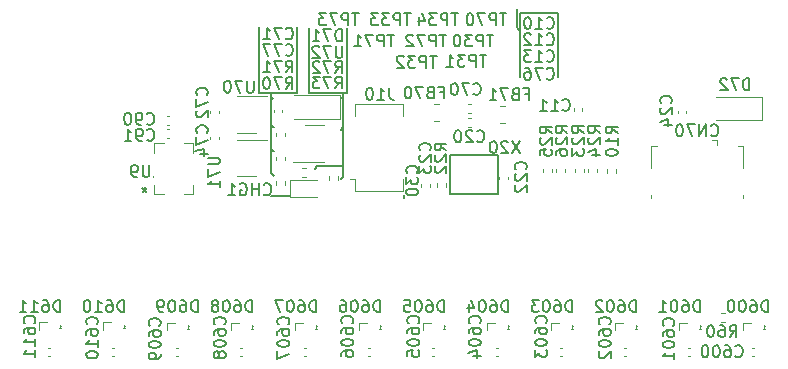
<source format=gbr>
%TF.GenerationSoftware,KiCad,Pcbnew,(6.0.0)*%
%TF.CreationDate,2022-04-23T22:24:28+01:00*%
%TF.ProjectId,main,6d61696e-2e6b-4696-9361-645f70636258,rev?*%
%TF.SameCoordinates,Original*%
%TF.FileFunction,Legend,Bot*%
%TF.FilePolarity,Positive*%
%FSLAX46Y46*%
G04 Gerber Fmt 4.6, Leading zero omitted, Abs format (unit mm)*
G04 Created by KiCad (PCBNEW (6.0.0)) date 2022-04-23 22:24:28*
%MOMM*%
%LPD*%
G01*
G04 APERTURE LIST*
%ADD10C,0.150000*%
%ADD11C,0.075000*%
%ADD12C,0.120000*%
%ADD13C,0.203200*%
%ADD14C,0.100000*%
G04 APERTURE END LIST*
D10*
X86900000Y-87100000D02*
X86900000Y-93900000D01*
X93000000Y-90000000D02*
X92800000Y-90200000D01*
X86900000Y-95800000D02*
X88500000Y-95800000D01*
X93000000Y-87400000D02*
X92900000Y-87500000D01*
X111200000Y-80300000D02*
X111200000Y-85700000D01*
X86900000Y-89900000D02*
X87200000Y-90000000D01*
X98200000Y-95700000D02*
X98200000Y-96000000D01*
X93000000Y-93300000D02*
X90800000Y-93300000D01*
X108000000Y-85700000D02*
X108000000Y-80300000D01*
X86900000Y-87400000D02*
X87100000Y-87600000D01*
X93000000Y-94200000D02*
X92800000Y-94400000D01*
X90800000Y-93300000D02*
X90600000Y-93500000D01*
X93300000Y-81550000D02*
X93300000Y-87050000D01*
X89100000Y-81500000D02*
X89100000Y-87100000D01*
X85900000Y-87100000D02*
X85900000Y-81500000D01*
X86900000Y-93900000D02*
X87200000Y-94100000D01*
X93000000Y-87100000D02*
X93000000Y-94200000D01*
X93300000Y-87050000D02*
X90100000Y-87050000D01*
X89100000Y-87100000D02*
X85900000Y-87100000D01*
X108000000Y-81900000D02*
X107700000Y-81500000D01*
X108000000Y-80300000D02*
X111200000Y-80300000D01*
X86900000Y-91900000D02*
X87200000Y-92000000D01*
X90100000Y-87050000D02*
X90100000Y-81550000D01*
X107700000Y-81500000D02*
X107700000Y-80000000D01*
%TO.C,TP71*%
X97338095Y-82152380D02*
X96766666Y-82152380D01*
X97052380Y-83152380D02*
X97052380Y-82152380D01*
X96433333Y-83152380D02*
X96433333Y-82152380D01*
X96052380Y-82152380D01*
X95957142Y-82200000D01*
X95909523Y-82247619D01*
X95861904Y-82342857D01*
X95861904Y-82485714D01*
X95909523Y-82580952D01*
X95957142Y-82628571D01*
X96052380Y-82676190D01*
X96433333Y-82676190D01*
X95528571Y-82152380D02*
X94861904Y-82152380D01*
X95290476Y-83152380D01*
X93957142Y-83152380D02*
X94528571Y-83152380D01*
X94242857Y-83152380D02*
X94242857Y-82152380D01*
X94338095Y-82295238D01*
X94433333Y-82390476D01*
X94528571Y-82438095D01*
%TO.C,TP32*%
X100938095Y-83952380D02*
X100366666Y-83952380D01*
X100652380Y-84952380D02*
X100652380Y-83952380D01*
X100033333Y-84952380D02*
X100033333Y-83952380D01*
X99652380Y-83952380D01*
X99557142Y-84000000D01*
X99509523Y-84047619D01*
X99461904Y-84142857D01*
X99461904Y-84285714D01*
X99509523Y-84380952D01*
X99557142Y-84428571D01*
X99652380Y-84476190D01*
X100033333Y-84476190D01*
X99128571Y-83952380D02*
X98509523Y-83952380D01*
X98842857Y-84333333D01*
X98700000Y-84333333D01*
X98604761Y-84380952D01*
X98557142Y-84428571D01*
X98509523Y-84523809D01*
X98509523Y-84761904D01*
X98557142Y-84857142D01*
X98604761Y-84904761D01*
X98700000Y-84952380D01*
X98985714Y-84952380D01*
X99080952Y-84904761D01*
X99128571Y-84857142D01*
X98128571Y-84047619D02*
X98080952Y-84000000D01*
X97985714Y-83952380D01*
X97747619Y-83952380D01*
X97652380Y-84000000D01*
X97604761Y-84047619D01*
X97557142Y-84142857D01*
X97557142Y-84238095D01*
X97604761Y-84380952D01*
X98176190Y-84952380D01*
X97557142Y-84952380D01*
%TO.C,TP30*%
X105738095Y-82152380D02*
X105166666Y-82152380D01*
X105452380Y-83152380D02*
X105452380Y-82152380D01*
X104833333Y-83152380D02*
X104833333Y-82152380D01*
X104452380Y-82152380D01*
X104357142Y-82200000D01*
X104309523Y-82247619D01*
X104261904Y-82342857D01*
X104261904Y-82485714D01*
X104309523Y-82580952D01*
X104357142Y-82628571D01*
X104452380Y-82676190D01*
X104833333Y-82676190D01*
X103928571Y-82152380D02*
X103309523Y-82152380D01*
X103642857Y-82533333D01*
X103500000Y-82533333D01*
X103404761Y-82580952D01*
X103357142Y-82628571D01*
X103309523Y-82723809D01*
X103309523Y-82961904D01*
X103357142Y-83057142D01*
X103404761Y-83104761D01*
X103500000Y-83152380D01*
X103785714Y-83152380D01*
X103880952Y-83104761D01*
X103928571Y-83057142D01*
X102690476Y-82152380D02*
X102595238Y-82152380D01*
X102500000Y-82200000D01*
X102452380Y-82247619D01*
X102404761Y-82342857D01*
X102357142Y-82533333D01*
X102357142Y-82771428D01*
X102404761Y-82961904D01*
X102452380Y-83057142D01*
X102500000Y-83104761D01*
X102595238Y-83152380D01*
X102690476Y-83152380D01*
X102785714Y-83104761D01*
X102833333Y-83057142D01*
X102880952Y-82961904D01*
X102928571Y-82771428D01*
X102928571Y-82533333D01*
X102880952Y-82342857D01*
X102833333Y-82247619D01*
X102785714Y-82200000D01*
X102690476Y-82152380D01*
%TO.C,C76*%
X110242857Y-85857142D02*
X110290476Y-85904761D01*
X110433333Y-85952380D01*
X110528571Y-85952380D01*
X110671428Y-85904761D01*
X110766666Y-85809523D01*
X110814285Y-85714285D01*
X110861904Y-85523809D01*
X110861904Y-85380952D01*
X110814285Y-85190476D01*
X110766666Y-85095238D01*
X110671428Y-85000000D01*
X110528571Y-84952380D01*
X110433333Y-84952380D01*
X110290476Y-85000000D01*
X110242857Y-85047619D01*
X109909523Y-84952380D02*
X109242857Y-84952380D01*
X109671428Y-85952380D01*
X108433333Y-84952380D02*
X108623809Y-84952380D01*
X108719047Y-85000000D01*
X108766666Y-85047619D01*
X108861904Y-85190476D01*
X108909523Y-85380952D01*
X108909523Y-85761904D01*
X108861904Y-85857142D01*
X108814285Y-85904761D01*
X108719047Y-85952380D01*
X108528571Y-85952380D01*
X108433333Y-85904761D01*
X108385714Y-85857142D01*
X108338095Y-85761904D01*
X108338095Y-85523809D01*
X108385714Y-85428571D01*
X108433333Y-85380952D01*
X108528571Y-85333333D01*
X108719047Y-85333333D01*
X108814285Y-85380952D01*
X108861904Y-85428571D01*
X108909523Y-85523809D01*
%TO.C,TP33*%
X98738095Y-80352380D02*
X98166666Y-80352380D01*
X98452380Y-81352380D02*
X98452380Y-80352380D01*
X97833333Y-81352380D02*
X97833333Y-80352380D01*
X97452380Y-80352380D01*
X97357142Y-80400000D01*
X97309523Y-80447619D01*
X97261904Y-80542857D01*
X97261904Y-80685714D01*
X97309523Y-80780952D01*
X97357142Y-80828571D01*
X97452380Y-80876190D01*
X97833333Y-80876190D01*
X96928571Y-80352380D02*
X96309523Y-80352380D01*
X96642857Y-80733333D01*
X96500000Y-80733333D01*
X96404761Y-80780952D01*
X96357142Y-80828571D01*
X96309523Y-80923809D01*
X96309523Y-81161904D01*
X96357142Y-81257142D01*
X96404761Y-81304761D01*
X96500000Y-81352380D01*
X96785714Y-81352380D01*
X96880952Y-81304761D01*
X96928571Y-81257142D01*
X95976190Y-80352380D02*
X95357142Y-80352380D01*
X95690476Y-80733333D01*
X95547619Y-80733333D01*
X95452380Y-80780952D01*
X95404761Y-80828571D01*
X95357142Y-80923809D01*
X95357142Y-81161904D01*
X95404761Y-81257142D01*
X95452380Y-81304761D01*
X95547619Y-81352380D01*
X95833333Y-81352380D01*
X95928571Y-81304761D01*
X95976190Y-81257142D01*
%TO.C,C13*%
X110242857Y-84357142D02*
X110290476Y-84404761D01*
X110433333Y-84452380D01*
X110528571Y-84452380D01*
X110671428Y-84404761D01*
X110766666Y-84309523D01*
X110814285Y-84214285D01*
X110861904Y-84023809D01*
X110861904Y-83880952D01*
X110814285Y-83690476D01*
X110766666Y-83595238D01*
X110671428Y-83500000D01*
X110528571Y-83452380D01*
X110433333Y-83452380D01*
X110290476Y-83500000D01*
X110242857Y-83547619D01*
X109290476Y-84452380D02*
X109861904Y-84452380D01*
X109576190Y-84452380D02*
X109576190Y-83452380D01*
X109671428Y-83595238D01*
X109766666Y-83690476D01*
X109861904Y-83738095D01*
X108957142Y-83452380D02*
X108338095Y-83452380D01*
X108671428Y-83833333D01*
X108528571Y-83833333D01*
X108433333Y-83880952D01*
X108385714Y-83928571D01*
X108338095Y-84023809D01*
X108338095Y-84261904D01*
X108385714Y-84357142D01*
X108433333Y-84404761D01*
X108528571Y-84452380D01*
X108814285Y-84452380D01*
X108909523Y-84404761D01*
X108957142Y-84357142D01*
%TO.C,TP34*%
X102738095Y-80352380D02*
X102166666Y-80352380D01*
X102452380Y-81352380D02*
X102452380Y-80352380D01*
X101833333Y-81352380D02*
X101833333Y-80352380D01*
X101452380Y-80352380D01*
X101357142Y-80400000D01*
X101309523Y-80447619D01*
X101261904Y-80542857D01*
X101261904Y-80685714D01*
X101309523Y-80780952D01*
X101357142Y-80828571D01*
X101452380Y-80876190D01*
X101833333Y-80876190D01*
X100928571Y-80352380D02*
X100309523Y-80352380D01*
X100642857Y-80733333D01*
X100500000Y-80733333D01*
X100404761Y-80780952D01*
X100357142Y-80828571D01*
X100309523Y-80923809D01*
X100309523Y-81161904D01*
X100357142Y-81257142D01*
X100404761Y-81304761D01*
X100500000Y-81352380D01*
X100785714Y-81352380D01*
X100880952Y-81304761D01*
X100928571Y-81257142D01*
X99452380Y-80685714D02*
X99452380Y-81352380D01*
X99690476Y-80304761D02*
X99928571Y-81019047D01*
X99309523Y-81019047D01*
%TO.C,TP70*%
X106838095Y-80352380D02*
X106266666Y-80352380D01*
X106552380Y-81352380D02*
X106552380Y-80352380D01*
X105933333Y-81352380D02*
X105933333Y-80352380D01*
X105552380Y-80352380D01*
X105457142Y-80400000D01*
X105409523Y-80447619D01*
X105361904Y-80542857D01*
X105361904Y-80685714D01*
X105409523Y-80780952D01*
X105457142Y-80828571D01*
X105552380Y-80876190D01*
X105933333Y-80876190D01*
X105028571Y-80352380D02*
X104361904Y-80352380D01*
X104790476Y-81352380D01*
X103790476Y-80352380D02*
X103695238Y-80352380D01*
X103600000Y-80400000D01*
X103552380Y-80447619D01*
X103504761Y-80542857D01*
X103457142Y-80733333D01*
X103457142Y-80971428D01*
X103504761Y-81161904D01*
X103552380Y-81257142D01*
X103600000Y-81304761D01*
X103695238Y-81352380D01*
X103790476Y-81352380D01*
X103885714Y-81304761D01*
X103933333Y-81257142D01*
X103980952Y-81161904D01*
X104028571Y-80971428D01*
X104028571Y-80733333D01*
X103980952Y-80542857D01*
X103933333Y-80447619D01*
X103885714Y-80400000D01*
X103790476Y-80352380D01*
%TO.C,TP31*%
X105138095Y-83852380D02*
X104566666Y-83852380D01*
X104852380Y-84852380D02*
X104852380Y-83852380D01*
X104233333Y-84852380D02*
X104233333Y-83852380D01*
X103852380Y-83852380D01*
X103757142Y-83900000D01*
X103709523Y-83947619D01*
X103661904Y-84042857D01*
X103661904Y-84185714D01*
X103709523Y-84280952D01*
X103757142Y-84328571D01*
X103852380Y-84376190D01*
X104233333Y-84376190D01*
X103328571Y-83852380D02*
X102709523Y-83852380D01*
X103042857Y-84233333D01*
X102900000Y-84233333D01*
X102804761Y-84280952D01*
X102757142Y-84328571D01*
X102709523Y-84423809D01*
X102709523Y-84661904D01*
X102757142Y-84757142D01*
X102804761Y-84804761D01*
X102900000Y-84852380D01*
X103185714Y-84852380D01*
X103280952Y-84804761D01*
X103328571Y-84757142D01*
X101757142Y-84852380D02*
X102328571Y-84852380D01*
X102042857Y-84852380D02*
X102042857Y-83852380D01*
X102138095Y-83995238D01*
X102233333Y-84090476D01*
X102328571Y-84138095D01*
%TO.C,C10*%
X110242857Y-81557142D02*
X110290476Y-81604761D01*
X110433333Y-81652380D01*
X110528571Y-81652380D01*
X110671428Y-81604761D01*
X110766666Y-81509523D01*
X110814285Y-81414285D01*
X110861904Y-81223809D01*
X110861904Y-81080952D01*
X110814285Y-80890476D01*
X110766666Y-80795238D01*
X110671428Y-80700000D01*
X110528571Y-80652380D01*
X110433333Y-80652380D01*
X110290476Y-80700000D01*
X110242857Y-80747619D01*
X109290476Y-81652380D02*
X109861904Y-81652380D01*
X109576190Y-81652380D02*
X109576190Y-80652380D01*
X109671428Y-80795238D01*
X109766666Y-80890476D01*
X109861904Y-80938095D01*
X108671428Y-80652380D02*
X108576190Y-80652380D01*
X108480952Y-80700000D01*
X108433333Y-80747619D01*
X108385714Y-80842857D01*
X108338095Y-81033333D01*
X108338095Y-81271428D01*
X108385714Y-81461904D01*
X108433333Y-81557142D01*
X108480952Y-81604761D01*
X108576190Y-81652380D01*
X108671428Y-81652380D01*
X108766666Y-81604761D01*
X108814285Y-81557142D01*
X108861904Y-81461904D01*
X108909523Y-81271428D01*
X108909523Y-81033333D01*
X108861904Y-80842857D01*
X108814285Y-80747619D01*
X108766666Y-80700000D01*
X108671428Y-80652380D01*
%TO.C,C30*%
X99257142Y-93857142D02*
X99304761Y-93809523D01*
X99352380Y-93666666D01*
X99352380Y-93571428D01*
X99304761Y-93428571D01*
X99209523Y-93333333D01*
X99114285Y-93285714D01*
X98923809Y-93238095D01*
X98780952Y-93238095D01*
X98590476Y-93285714D01*
X98495238Y-93333333D01*
X98400000Y-93428571D01*
X98352380Y-93571428D01*
X98352380Y-93666666D01*
X98400000Y-93809523D01*
X98447619Y-93857142D01*
X98352380Y-94190476D02*
X98352380Y-94809523D01*
X98733333Y-94476190D01*
X98733333Y-94619047D01*
X98780952Y-94714285D01*
X98828571Y-94761904D01*
X98923809Y-94809523D01*
X99161904Y-94809523D01*
X99257142Y-94761904D01*
X99304761Y-94714285D01*
X99352380Y-94619047D01*
X99352380Y-94333333D01*
X99304761Y-94238095D01*
X99257142Y-94190476D01*
X98352380Y-95428571D02*
X98352380Y-95523809D01*
X98400000Y-95619047D01*
X98447619Y-95666666D01*
X98542857Y-95714285D01*
X98733333Y-95761904D01*
X98971428Y-95761904D01*
X99161904Y-95714285D01*
X99257142Y-95666666D01*
X99304761Y-95619047D01*
X99352380Y-95523809D01*
X99352380Y-95428571D01*
X99304761Y-95333333D01*
X99257142Y-95285714D01*
X99161904Y-95238095D01*
X98971428Y-95190476D01*
X98733333Y-95190476D01*
X98542857Y-95238095D01*
X98447619Y-95285714D01*
X98400000Y-95333333D01*
X98352380Y-95428571D01*
%TO.C,TP73*%
X94338095Y-80352380D02*
X93766666Y-80352380D01*
X94052380Y-81352380D02*
X94052380Y-80352380D01*
X93433333Y-81352380D02*
X93433333Y-80352380D01*
X93052380Y-80352380D01*
X92957142Y-80400000D01*
X92909523Y-80447619D01*
X92861904Y-80542857D01*
X92861904Y-80685714D01*
X92909523Y-80780952D01*
X92957142Y-80828571D01*
X93052380Y-80876190D01*
X93433333Y-80876190D01*
X92528571Y-80352380D02*
X91861904Y-80352380D01*
X92290476Y-81352380D01*
X91576190Y-80352380D02*
X90957142Y-80352380D01*
X91290476Y-80733333D01*
X91147619Y-80733333D01*
X91052380Y-80780952D01*
X91004761Y-80828571D01*
X90957142Y-80923809D01*
X90957142Y-81161904D01*
X91004761Y-81257142D01*
X91052380Y-81304761D01*
X91147619Y-81352380D01*
X91433333Y-81352380D01*
X91528571Y-81304761D01*
X91576190Y-81257142D01*
%TO.C,C12*%
X110242857Y-82957142D02*
X110290476Y-83004761D01*
X110433333Y-83052380D01*
X110528571Y-83052380D01*
X110671428Y-83004761D01*
X110766666Y-82909523D01*
X110814285Y-82814285D01*
X110861904Y-82623809D01*
X110861904Y-82480952D01*
X110814285Y-82290476D01*
X110766666Y-82195238D01*
X110671428Y-82100000D01*
X110528571Y-82052380D01*
X110433333Y-82052380D01*
X110290476Y-82100000D01*
X110242857Y-82147619D01*
X109290476Y-83052380D02*
X109861904Y-83052380D01*
X109576190Y-83052380D02*
X109576190Y-82052380D01*
X109671428Y-82195238D01*
X109766666Y-82290476D01*
X109861904Y-82338095D01*
X108909523Y-82147619D02*
X108861904Y-82100000D01*
X108766666Y-82052380D01*
X108528571Y-82052380D01*
X108433333Y-82100000D01*
X108385714Y-82147619D01*
X108338095Y-82242857D01*
X108338095Y-82338095D01*
X108385714Y-82480952D01*
X108957142Y-83052380D01*
X108338095Y-83052380D01*
%TO.C,TP72*%
X101738095Y-82152380D02*
X101166666Y-82152380D01*
X101452380Y-83152380D02*
X101452380Y-82152380D01*
X100833333Y-83152380D02*
X100833333Y-82152380D01*
X100452380Y-82152380D01*
X100357142Y-82200000D01*
X100309523Y-82247619D01*
X100261904Y-82342857D01*
X100261904Y-82485714D01*
X100309523Y-82580952D01*
X100357142Y-82628571D01*
X100452380Y-82676190D01*
X100833333Y-82676190D01*
X99928571Y-82152380D02*
X99261904Y-82152380D01*
X99690476Y-83152380D01*
X98928571Y-82247619D02*
X98880952Y-82200000D01*
X98785714Y-82152380D01*
X98547619Y-82152380D01*
X98452380Y-82200000D01*
X98404761Y-82247619D01*
X98357142Y-82342857D01*
X98357142Y-82438095D01*
X98404761Y-82580952D01*
X98976190Y-83152380D01*
X98357142Y-83152380D01*
%TO.C,CHG1*%
X86290476Y-95657142D02*
X86338095Y-95704761D01*
X86480952Y-95752380D01*
X86576190Y-95752380D01*
X86719047Y-95704761D01*
X86814285Y-95609523D01*
X86861904Y-95514285D01*
X86909523Y-95323809D01*
X86909523Y-95180952D01*
X86861904Y-94990476D01*
X86814285Y-94895238D01*
X86719047Y-94800000D01*
X86576190Y-94752380D01*
X86480952Y-94752380D01*
X86338095Y-94800000D01*
X86290476Y-94847619D01*
X85861904Y-95752380D02*
X85861904Y-94752380D01*
X85861904Y-95228571D02*
X85290476Y-95228571D01*
X85290476Y-95752380D02*
X85290476Y-94752380D01*
X84290476Y-94800000D02*
X84385714Y-94752380D01*
X84528571Y-94752380D01*
X84671428Y-94800000D01*
X84766666Y-94895238D01*
X84814285Y-94990476D01*
X84861904Y-95180952D01*
X84861904Y-95323809D01*
X84814285Y-95514285D01*
X84766666Y-95609523D01*
X84671428Y-95704761D01*
X84528571Y-95752380D01*
X84433333Y-95752380D01*
X84290476Y-95704761D01*
X84242857Y-95657142D01*
X84242857Y-95323809D01*
X84433333Y-95323809D01*
X83290476Y-95752380D02*
X83861904Y-95752380D01*
X83576190Y-95752380D02*
X83576190Y-94752380D01*
X83671428Y-94895238D01*
X83766666Y-94990476D01*
X83861904Y-95038095D01*
%TO.C,FB70*%
X101209523Y-87028571D02*
X101542857Y-87028571D01*
X101542857Y-87552380D02*
X101542857Y-86552380D01*
X101066666Y-86552380D01*
X100352380Y-87028571D02*
X100209523Y-87076190D01*
X100161904Y-87123809D01*
X100114285Y-87219047D01*
X100114285Y-87361904D01*
X100161904Y-87457142D01*
X100209523Y-87504761D01*
X100304761Y-87552380D01*
X100685714Y-87552380D01*
X100685714Y-86552380D01*
X100352380Y-86552380D01*
X100257142Y-86600000D01*
X100209523Y-86647619D01*
X100161904Y-86742857D01*
X100161904Y-86838095D01*
X100209523Y-86933333D01*
X100257142Y-86980952D01*
X100352380Y-87028571D01*
X100685714Y-87028571D01*
X99780952Y-86552380D02*
X99114285Y-86552380D01*
X99542857Y-87552380D01*
X98542857Y-86552380D02*
X98447619Y-86552380D01*
X98352380Y-86600000D01*
X98304761Y-86647619D01*
X98257142Y-86742857D01*
X98209523Y-86933333D01*
X98209523Y-87171428D01*
X98257142Y-87361904D01*
X98304761Y-87457142D01*
X98352380Y-87504761D01*
X98447619Y-87552380D01*
X98542857Y-87552380D01*
X98638095Y-87504761D01*
X98685714Y-87457142D01*
X98733333Y-87361904D01*
X98780952Y-87171428D01*
X98780952Y-86933333D01*
X98733333Y-86742857D01*
X98685714Y-86647619D01*
X98638095Y-86600000D01*
X98542857Y-86552380D01*
%TO.C,X20*%
X107959642Y-91152380D02*
X107292976Y-92152380D01*
X107292976Y-91152380D02*
X107959642Y-92152380D01*
X106959642Y-91247619D02*
X106912023Y-91200000D01*
X106816785Y-91152380D01*
X106578690Y-91152380D01*
X106483452Y-91200000D01*
X106435833Y-91247619D01*
X106388214Y-91342857D01*
X106388214Y-91438095D01*
X106435833Y-91580952D01*
X107007261Y-92152380D01*
X106388214Y-92152380D01*
X105769166Y-91152380D02*
X105673928Y-91152380D01*
X105578690Y-91200000D01*
X105531071Y-91247619D01*
X105483452Y-91342857D01*
X105435833Y-91533333D01*
X105435833Y-91771428D01*
X105483452Y-91961904D01*
X105531071Y-92057142D01*
X105578690Y-92104761D01*
X105673928Y-92152380D01*
X105769166Y-92152380D01*
X105864404Y-92104761D01*
X105912023Y-92057142D01*
X105959642Y-91961904D01*
X106007261Y-91771428D01*
X106007261Y-91533333D01*
X105959642Y-91342857D01*
X105912023Y-91247619D01*
X105864404Y-91200000D01*
X105769166Y-91152380D01*
%TO.C,R25*%
X110672380Y-90507142D02*
X110196190Y-90173809D01*
X110672380Y-89935714D02*
X109672380Y-89935714D01*
X109672380Y-90316666D01*
X109720000Y-90411904D01*
X109767619Y-90459523D01*
X109862857Y-90507142D01*
X110005714Y-90507142D01*
X110100952Y-90459523D01*
X110148571Y-90411904D01*
X110196190Y-90316666D01*
X110196190Y-89935714D01*
X109767619Y-90888095D02*
X109720000Y-90935714D01*
X109672380Y-91030952D01*
X109672380Y-91269047D01*
X109720000Y-91364285D01*
X109767619Y-91411904D01*
X109862857Y-91459523D01*
X109958095Y-91459523D01*
X110100952Y-91411904D01*
X110672380Y-90840476D01*
X110672380Y-91459523D01*
X109672380Y-92364285D02*
X109672380Y-91888095D01*
X110148571Y-91840476D01*
X110100952Y-91888095D01*
X110053333Y-91983333D01*
X110053333Y-92221428D01*
X110100952Y-92316666D01*
X110148571Y-92364285D01*
X110243809Y-92411904D01*
X110481904Y-92411904D01*
X110577142Y-92364285D01*
X110624761Y-92316666D01*
X110672380Y-92221428D01*
X110672380Y-91983333D01*
X110624761Y-91888095D01*
X110577142Y-91840476D01*
%TO.C,C22*%
X108457142Y-93557142D02*
X108504761Y-93509523D01*
X108552380Y-93366666D01*
X108552380Y-93271428D01*
X108504761Y-93128571D01*
X108409523Y-93033333D01*
X108314285Y-92985714D01*
X108123809Y-92938095D01*
X107980952Y-92938095D01*
X107790476Y-92985714D01*
X107695238Y-93033333D01*
X107600000Y-93128571D01*
X107552380Y-93271428D01*
X107552380Y-93366666D01*
X107600000Y-93509523D01*
X107647619Y-93557142D01*
X107647619Y-93938095D02*
X107600000Y-93985714D01*
X107552380Y-94080952D01*
X107552380Y-94319047D01*
X107600000Y-94414285D01*
X107647619Y-94461904D01*
X107742857Y-94509523D01*
X107838095Y-94509523D01*
X107980952Y-94461904D01*
X108552380Y-93890476D01*
X108552380Y-94509523D01*
X107647619Y-94890476D02*
X107600000Y-94938095D01*
X107552380Y-95033333D01*
X107552380Y-95271428D01*
X107600000Y-95366666D01*
X107647619Y-95414285D01*
X107742857Y-95461904D01*
X107838095Y-95461904D01*
X107980952Y-95414285D01*
X108552380Y-94842857D01*
X108552380Y-95461904D01*
%TO.C,R26*%
X111992380Y-90497142D02*
X111516190Y-90163809D01*
X111992380Y-89925714D02*
X110992380Y-89925714D01*
X110992380Y-90306666D01*
X111040000Y-90401904D01*
X111087619Y-90449523D01*
X111182857Y-90497142D01*
X111325714Y-90497142D01*
X111420952Y-90449523D01*
X111468571Y-90401904D01*
X111516190Y-90306666D01*
X111516190Y-89925714D01*
X111087619Y-90878095D02*
X111040000Y-90925714D01*
X110992380Y-91020952D01*
X110992380Y-91259047D01*
X111040000Y-91354285D01*
X111087619Y-91401904D01*
X111182857Y-91449523D01*
X111278095Y-91449523D01*
X111420952Y-91401904D01*
X111992380Y-90830476D01*
X111992380Y-91449523D01*
X110992380Y-92306666D02*
X110992380Y-92116190D01*
X111040000Y-92020952D01*
X111087619Y-91973333D01*
X111230476Y-91878095D01*
X111420952Y-91830476D01*
X111801904Y-91830476D01*
X111897142Y-91878095D01*
X111944761Y-91925714D01*
X111992380Y-92020952D01*
X111992380Y-92211428D01*
X111944761Y-92306666D01*
X111897142Y-92354285D01*
X111801904Y-92401904D01*
X111563809Y-92401904D01*
X111468571Y-92354285D01*
X111420952Y-92306666D01*
X111373333Y-92211428D01*
X111373333Y-92020952D01*
X111420952Y-91925714D01*
X111468571Y-91878095D01*
X111563809Y-91830476D01*
%TO.C,R72*%
X92342857Y-85402380D02*
X92676190Y-84926190D01*
X92914285Y-85402380D02*
X92914285Y-84402380D01*
X92533333Y-84402380D01*
X92438095Y-84450000D01*
X92390476Y-84497619D01*
X92342857Y-84592857D01*
X92342857Y-84735714D01*
X92390476Y-84830952D01*
X92438095Y-84878571D01*
X92533333Y-84926190D01*
X92914285Y-84926190D01*
X92009523Y-84402380D02*
X91342857Y-84402380D01*
X91771428Y-85402380D01*
X91009523Y-84497619D02*
X90961904Y-84450000D01*
X90866666Y-84402380D01*
X90628571Y-84402380D01*
X90533333Y-84450000D01*
X90485714Y-84497619D01*
X90438095Y-84592857D01*
X90438095Y-84688095D01*
X90485714Y-84830952D01*
X91057142Y-85402380D01*
X90438095Y-85402380D01*
%TO.C,D611*%
X69051539Y-105625869D02*
X69051539Y-104625869D01*
X68813443Y-104625869D01*
X68670586Y-104673489D01*
X68575348Y-104768727D01*
X68527729Y-104863965D01*
X68480110Y-105054441D01*
X68480110Y-105197298D01*
X68527729Y-105387774D01*
X68575348Y-105483012D01*
X68670586Y-105578250D01*
X68813443Y-105625869D01*
X69051539Y-105625869D01*
X67622967Y-104625869D02*
X67813443Y-104625869D01*
X67908682Y-104673489D01*
X67956301Y-104721108D01*
X68051539Y-104863965D01*
X68099158Y-105054441D01*
X68099158Y-105435393D01*
X68051539Y-105530631D01*
X68003920Y-105578250D01*
X67908682Y-105625869D01*
X67718205Y-105625869D01*
X67622967Y-105578250D01*
X67575348Y-105530631D01*
X67527729Y-105435393D01*
X67527729Y-105197298D01*
X67575348Y-105102060D01*
X67622967Y-105054441D01*
X67718205Y-105006822D01*
X67908682Y-105006822D01*
X68003920Y-105054441D01*
X68051539Y-105102060D01*
X68099158Y-105197298D01*
X66575348Y-105625869D02*
X67146777Y-105625869D01*
X66861063Y-105625869D02*
X66861063Y-104625869D01*
X66956301Y-104768727D01*
X67051539Y-104863965D01*
X67146777Y-104911584D01*
X65622967Y-105625869D02*
X66194396Y-105625869D01*
X65908682Y-105625869D02*
X65908682Y-104625869D01*
X66003920Y-104768727D01*
X66099158Y-104863965D01*
X66194396Y-104911584D01*
D11*
X68953293Y-107009203D02*
X69124722Y-107009203D01*
X69039008Y-107009203D02*
X69039008Y-106709203D01*
X69067579Y-106752060D01*
X69096150Y-106780631D01*
X69124722Y-106794917D01*
D10*
%TO.C,C609*%
X77457142Y-106780952D02*
X77504761Y-106733333D01*
X77552380Y-106590476D01*
X77552380Y-106495238D01*
X77504761Y-106352380D01*
X77409523Y-106257142D01*
X77314285Y-106209523D01*
X77123809Y-106161904D01*
X76980952Y-106161904D01*
X76790476Y-106209523D01*
X76695238Y-106257142D01*
X76600000Y-106352380D01*
X76552380Y-106495238D01*
X76552380Y-106590476D01*
X76600000Y-106733333D01*
X76647619Y-106780952D01*
X76552380Y-107638095D02*
X76552380Y-107447619D01*
X76600000Y-107352380D01*
X76647619Y-107304761D01*
X76790476Y-107209523D01*
X76980952Y-107161904D01*
X77361904Y-107161904D01*
X77457142Y-107209523D01*
X77504761Y-107257142D01*
X77552380Y-107352380D01*
X77552380Y-107542857D01*
X77504761Y-107638095D01*
X77457142Y-107685714D01*
X77361904Y-107733333D01*
X77123809Y-107733333D01*
X77028571Y-107685714D01*
X76980952Y-107638095D01*
X76933333Y-107542857D01*
X76933333Y-107352380D01*
X76980952Y-107257142D01*
X77028571Y-107209523D01*
X77123809Y-107161904D01*
X76552380Y-108352380D02*
X76552380Y-108447619D01*
X76600000Y-108542857D01*
X76647619Y-108590476D01*
X76742857Y-108638095D01*
X76933333Y-108685714D01*
X77171428Y-108685714D01*
X77361904Y-108638095D01*
X77457142Y-108590476D01*
X77504761Y-108542857D01*
X77552380Y-108447619D01*
X77552380Y-108352380D01*
X77504761Y-108257142D01*
X77457142Y-108209523D01*
X77361904Y-108161904D01*
X77171428Y-108114285D01*
X76933333Y-108114285D01*
X76742857Y-108161904D01*
X76647619Y-108209523D01*
X76600000Y-108257142D01*
X76552380Y-108352380D01*
X77552380Y-109161904D02*
X77552380Y-109352380D01*
X77504761Y-109447619D01*
X77457142Y-109495238D01*
X77314285Y-109590476D01*
X77123809Y-109638095D01*
X76742857Y-109638095D01*
X76647619Y-109590476D01*
X76600000Y-109542857D01*
X76552380Y-109447619D01*
X76552380Y-109257142D01*
X76600000Y-109161904D01*
X76647619Y-109114285D01*
X76742857Y-109066666D01*
X76980952Y-109066666D01*
X77076190Y-109114285D01*
X77123809Y-109161904D01*
X77171428Y-109257142D01*
X77171428Y-109447619D01*
X77123809Y-109542857D01*
X77076190Y-109590476D01*
X76980952Y-109638095D01*
%TO.C,R70*%
X88142857Y-86752380D02*
X88476190Y-86276190D01*
X88714285Y-86752380D02*
X88714285Y-85752380D01*
X88333333Y-85752380D01*
X88238095Y-85800000D01*
X88190476Y-85847619D01*
X88142857Y-85942857D01*
X88142857Y-86085714D01*
X88190476Y-86180952D01*
X88238095Y-86228571D01*
X88333333Y-86276190D01*
X88714285Y-86276190D01*
X87809523Y-85752380D02*
X87142857Y-85752380D01*
X87571428Y-86752380D01*
X86571428Y-85752380D02*
X86476190Y-85752380D01*
X86380952Y-85800000D01*
X86333333Y-85847619D01*
X86285714Y-85942857D01*
X86238095Y-86133333D01*
X86238095Y-86371428D01*
X86285714Y-86561904D01*
X86333333Y-86657142D01*
X86380952Y-86704761D01*
X86476190Y-86752380D01*
X86571428Y-86752380D01*
X86666666Y-86704761D01*
X86714285Y-86657142D01*
X86761904Y-86561904D01*
X86809523Y-86371428D01*
X86809523Y-86133333D01*
X86761904Y-85942857D01*
X86714285Y-85847619D01*
X86666666Y-85800000D01*
X86571428Y-85752380D01*
%TO.C,C74*%
X81457142Y-90457142D02*
X81504761Y-90409523D01*
X81552380Y-90266666D01*
X81552380Y-90171428D01*
X81504761Y-90028571D01*
X81409523Y-89933333D01*
X81314285Y-89885714D01*
X81123809Y-89838095D01*
X80980952Y-89838095D01*
X80790476Y-89885714D01*
X80695238Y-89933333D01*
X80600000Y-90028571D01*
X80552380Y-90171428D01*
X80552380Y-90266666D01*
X80600000Y-90409523D01*
X80647619Y-90457142D01*
X80552380Y-90790476D02*
X80552380Y-91457142D01*
X81552380Y-91028571D01*
X80885714Y-92266666D02*
X81552380Y-92266666D01*
X80504761Y-92028571D02*
X81219047Y-91790476D01*
X81219047Y-92409523D01*
%TO.C,D605*%
X101555663Y-105625869D02*
X101555663Y-104625869D01*
X101317567Y-104625869D01*
X101174710Y-104673489D01*
X101079472Y-104768727D01*
X101031853Y-104863965D01*
X100984234Y-105054441D01*
X100984234Y-105197298D01*
X101031853Y-105387774D01*
X101079472Y-105483012D01*
X101174710Y-105578250D01*
X101317567Y-105625869D01*
X101555663Y-105625869D01*
X100127091Y-104625869D02*
X100317567Y-104625869D01*
X100412806Y-104673489D01*
X100460425Y-104721108D01*
X100555663Y-104863965D01*
X100603282Y-105054441D01*
X100603282Y-105435393D01*
X100555663Y-105530631D01*
X100508044Y-105578250D01*
X100412806Y-105625869D01*
X100222329Y-105625869D01*
X100127091Y-105578250D01*
X100079472Y-105530631D01*
X100031853Y-105435393D01*
X100031853Y-105197298D01*
X100079472Y-105102060D01*
X100127091Y-105054441D01*
X100222329Y-105006822D01*
X100412806Y-105006822D01*
X100508044Y-105054441D01*
X100555663Y-105102060D01*
X100603282Y-105197298D01*
X99412806Y-104625869D02*
X99317567Y-104625869D01*
X99222329Y-104673489D01*
X99174710Y-104721108D01*
X99127091Y-104816346D01*
X99079472Y-105006822D01*
X99079472Y-105244917D01*
X99127091Y-105435393D01*
X99174710Y-105530631D01*
X99222329Y-105578250D01*
X99317567Y-105625869D01*
X99412806Y-105625869D01*
X99508044Y-105578250D01*
X99555663Y-105530631D01*
X99603282Y-105435393D01*
X99650901Y-105244917D01*
X99650901Y-105006822D01*
X99603282Y-104816346D01*
X99555663Y-104721108D01*
X99508044Y-104673489D01*
X99412806Y-104625869D01*
X98174710Y-104625869D02*
X98650901Y-104625869D01*
X98698520Y-105102060D01*
X98650901Y-105054441D01*
X98555663Y-105006822D01*
X98317567Y-105006822D01*
X98222329Y-105054441D01*
X98174710Y-105102060D01*
X98127091Y-105197298D01*
X98127091Y-105435393D01*
X98174710Y-105530631D01*
X98222329Y-105578250D01*
X98317567Y-105625869D01*
X98555663Y-105625869D01*
X98650901Y-105578250D01*
X98698520Y-105530631D01*
D11*
X101457417Y-107059203D02*
X101628846Y-107059203D01*
X101543132Y-107059203D02*
X101543132Y-106759203D01*
X101571703Y-106802060D01*
X101600274Y-106830631D01*
X101628846Y-106844917D01*
D10*
%TO.C,D71*%
X92914285Y-82702380D02*
X92914285Y-81702380D01*
X92676190Y-81702380D01*
X92533333Y-81750000D01*
X92438095Y-81845238D01*
X92390476Y-81940476D01*
X92342857Y-82130952D01*
X92342857Y-82273809D01*
X92390476Y-82464285D01*
X92438095Y-82559523D01*
X92533333Y-82654761D01*
X92676190Y-82702380D01*
X92914285Y-82702380D01*
X92009523Y-81702380D02*
X91342857Y-81702380D01*
X91771428Y-82702380D01*
X90438095Y-82702380D02*
X91009523Y-82702380D01*
X90723809Y-82702380D02*
X90723809Y-81702380D01*
X90819047Y-81845238D01*
X90914285Y-81940476D01*
X91009523Y-81988095D01*
%TO.C,D600*%
X128990476Y-105625869D02*
X128990476Y-104625869D01*
X128752380Y-104625869D01*
X128609523Y-104673489D01*
X128514285Y-104768727D01*
X128466666Y-104863965D01*
X128419047Y-105054441D01*
X128419047Y-105197298D01*
X128466666Y-105387774D01*
X128514285Y-105483012D01*
X128609523Y-105578250D01*
X128752380Y-105625869D01*
X128990476Y-105625869D01*
X127561904Y-104625869D02*
X127752380Y-104625869D01*
X127847619Y-104673489D01*
X127895238Y-104721108D01*
X127990476Y-104863965D01*
X128038095Y-105054441D01*
X128038095Y-105435393D01*
X127990476Y-105530631D01*
X127942857Y-105578250D01*
X127847619Y-105625869D01*
X127657142Y-105625869D01*
X127561904Y-105578250D01*
X127514285Y-105530631D01*
X127466666Y-105435393D01*
X127466666Y-105197298D01*
X127514285Y-105102060D01*
X127561904Y-105054441D01*
X127657142Y-105006822D01*
X127847619Y-105006822D01*
X127942857Y-105054441D01*
X127990476Y-105102060D01*
X128038095Y-105197298D01*
X126847619Y-104625869D02*
X126752380Y-104625869D01*
X126657142Y-104673489D01*
X126609523Y-104721108D01*
X126561904Y-104816346D01*
X126514285Y-105006822D01*
X126514285Y-105244917D01*
X126561904Y-105435393D01*
X126609523Y-105530631D01*
X126657142Y-105578250D01*
X126752380Y-105625869D01*
X126847619Y-105625869D01*
X126942857Y-105578250D01*
X126990476Y-105530631D01*
X127038095Y-105435393D01*
X127085714Y-105244917D01*
X127085714Y-105006822D01*
X127038095Y-104816346D01*
X126990476Y-104721108D01*
X126942857Y-104673489D01*
X126847619Y-104625869D01*
X125895238Y-104625869D02*
X125800000Y-104625869D01*
X125704761Y-104673489D01*
X125657142Y-104721108D01*
X125609523Y-104816346D01*
X125561904Y-105006822D01*
X125561904Y-105244917D01*
X125609523Y-105435393D01*
X125657142Y-105530631D01*
X125704761Y-105578250D01*
X125800000Y-105625869D01*
X125895238Y-105625869D01*
X125990476Y-105578250D01*
X126038095Y-105530631D01*
X126085714Y-105435393D01*
X126133333Y-105244917D01*
X126133333Y-105006822D01*
X126085714Y-104816346D01*
X126038095Y-104721108D01*
X125990476Y-104673489D01*
X125895238Y-104625869D01*
D11*
X128544188Y-107059203D02*
X128715617Y-107059203D01*
X128629903Y-107059203D02*
X128629903Y-106759203D01*
X128658474Y-106802060D01*
X128687045Y-106830631D01*
X128715617Y-106844917D01*
D10*
%TO.C,CN70*%
X124166666Y-90657142D02*
X124214285Y-90704761D01*
X124357142Y-90752380D01*
X124452380Y-90752380D01*
X124595238Y-90704761D01*
X124690476Y-90609523D01*
X124738095Y-90514285D01*
X124785714Y-90323809D01*
X124785714Y-90180952D01*
X124738095Y-89990476D01*
X124690476Y-89895238D01*
X124595238Y-89800000D01*
X124452380Y-89752380D01*
X124357142Y-89752380D01*
X124214285Y-89800000D01*
X124166666Y-89847619D01*
X123738095Y-90752380D02*
X123738095Y-89752380D01*
X123166666Y-90752380D01*
X123166666Y-89752380D01*
X122785714Y-89752380D02*
X122119047Y-89752380D01*
X122547619Y-90752380D01*
X121547619Y-89752380D02*
X121452380Y-89752380D01*
X121357142Y-89800000D01*
X121309523Y-89847619D01*
X121261904Y-89942857D01*
X121214285Y-90133333D01*
X121214285Y-90371428D01*
X121261904Y-90561904D01*
X121309523Y-90657142D01*
X121357142Y-90704761D01*
X121452380Y-90752380D01*
X121547619Y-90752380D01*
X121642857Y-90704761D01*
X121690476Y-90657142D01*
X121738095Y-90561904D01*
X121785714Y-90371428D01*
X121785714Y-90133333D01*
X121738095Y-89942857D01*
X121690476Y-89847619D01*
X121642857Y-89800000D01*
X121547619Y-89752380D01*
%TO.C,D607*%
X90720955Y-105625869D02*
X90720955Y-104625869D01*
X90482859Y-104625869D01*
X90340002Y-104673489D01*
X90244764Y-104768727D01*
X90197145Y-104863965D01*
X90149526Y-105054441D01*
X90149526Y-105197298D01*
X90197145Y-105387774D01*
X90244764Y-105483012D01*
X90340002Y-105578250D01*
X90482859Y-105625869D01*
X90720955Y-105625869D01*
X89292383Y-104625869D02*
X89482859Y-104625869D01*
X89578098Y-104673489D01*
X89625717Y-104721108D01*
X89720955Y-104863965D01*
X89768574Y-105054441D01*
X89768574Y-105435393D01*
X89720955Y-105530631D01*
X89673336Y-105578250D01*
X89578098Y-105625869D01*
X89387621Y-105625869D01*
X89292383Y-105578250D01*
X89244764Y-105530631D01*
X89197145Y-105435393D01*
X89197145Y-105197298D01*
X89244764Y-105102060D01*
X89292383Y-105054441D01*
X89387621Y-105006822D01*
X89578098Y-105006822D01*
X89673336Y-105054441D01*
X89720955Y-105102060D01*
X89768574Y-105197298D01*
X88578098Y-104625869D02*
X88482859Y-104625869D01*
X88387621Y-104673489D01*
X88340002Y-104721108D01*
X88292383Y-104816346D01*
X88244764Y-105006822D01*
X88244764Y-105244917D01*
X88292383Y-105435393D01*
X88340002Y-105530631D01*
X88387621Y-105578250D01*
X88482859Y-105625869D01*
X88578098Y-105625869D01*
X88673336Y-105578250D01*
X88720955Y-105530631D01*
X88768574Y-105435393D01*
X88816193Y-105244917D01*
X88816193Y-105006822D01*
X88768574Y-104816346D01*
X88720955Y-104721108D01*
X88673336Y-104673489D01*
X88578098Y-104625869D01*
X87911431Y-104625869D02*
X87244764Y-104625869D01*
X87673336Y-105625869D01*
D11*
X90622709Y-107059203D02*
X90794138Y-107059203D01*
X90708424Y-107059203D02*
X90708424Y-106759203D01*
X90736995Y-106802060D01*
X90765566Y-106830631D01*
X90794138Y-106844917D01*
D10*
%TO.C,R24*%
X114772380Y-90497142D02*
X114296190Y-90163809D01*
X114772380Y-89925714D02*
X113772380Y-89925714D01*
X113772380Y-90306666D01*
X113820000Y-90401904D01*
X113867619Y-90449523D01*
X113962857Y-90497142D01*
X114105714Y-90497142D01*
X114200952Y-90449523D01*
X114248571Y-90401904D01*
X114296190Y-90306666D01*
X114296190Y-89925714D01*
X113867619Y-90878095D02*
X113820000Y-90925714D01*
X113772380Y-91020952D01*
X113772380Y-91259047D01*
X113820000Y-91354285D01*
X113867619Y-91401904D01*
X113962857Y-91449523D01*
X114058095Y-91449523D01*
X114200952Y-91401904D01*
X114772380Y-90830476D01*
X114772380Y-91449523D01*
X114105714Y-92306666D02*
X114772380Y-92306666D01*
X113724761Y-92068571D02*
X114439047Y-91830476D01*
X114439047Y-92449523D01*
%TO.C,R73*%
X92342857Y-86702380D02*
X92676190Y-86226190D01*
X92914285Y-86702380D02*
X92914285Y-85702380D01*
X92533333Y-85702380D01*
X92438095Y-85750000D01*
X92390476Y-85797619D01*
X92342857Y-85892857D01*
X92342857Y-86035714D01*
X92390476Y-86130952D01*
X92438095Y-86178571D01*
X92533333Y-86226190D01*
X92914285Y-86226190D01*
X92009523Y-85702380D02*
X91342857Y-85702380D01*
X91771428Y-86702380D01*
X91057142Y-85702380D02*
X90438095Y-85702380D01*
X90771428Y-86083333D01*
X90628571Y-86083333D01*
X90533333Y-86130952D01*
X90485714Y-86178571D01*
X90438095Y-86273809D01*
X90438095Y-86511904D01*
X90485714Y-86607142D01*
X90533333Y-86654761D01*
X90628571Y-86702380D01*
X90914285Y-86702380D01*
X91009523Y-86654761D01*
X91057142Y-86607142D01*
%TO.C,C606*%
X93757142Y-106580952D02*
X93804761Y-106533333D01*
X93852380Y-106390476D01*
X93852380Y-106295238D01*
X93804761Y-106152380D01*
X93709523Y-106057142D01*
X93614285Y-106009523D01*
X93423809Y-105961904D01*
X93280952Y-105961904D01*
X93090476Y-106009523D01*
X92995238Y-106057142D01*
X92900000Y-106152380D01*
X92852380Y-106295238D01*
X92852380Y-106390476D01*
X92900000Y-106533333D01*
X92947619Y-106580952D01*
X92852380Y-107438095D02*
X92852380Y-107247619D01*
X92900000Y-107152380D01*
X92947619Y-107104761D01*
X93090476Y-107009523D01*
X93280952Y-106961904D01*
X93661904Y-106961904D01*
X93757142Y-107009523D01*
X93804761Y-107057142D01*
X93852380Y-107152380D01*
X93852380Y-107342857D01*
X93804761Y-107438095D01*
X93757142Y-107485714D01*
X93661904Y-107533333D01*
X93423809Y-107533333D01*
X93328571Y-107485714D01*
X93280952Y-107438095D01*
X93233333Y-107342857D01*
X93233333Y-107152380D01*
X93280952Y-107057142D01*
X93328571Y-107009523D01*
X93423809Y-106961904D01*
X92852380Y-108152380D02*
X92852380Y-108247619D01*
X92900000Y-108342857D01*
X92947619Y-108390476D01*
X93042857Y-108438095D01*
X93233333Y-108485714D01*
X93471428Y-108485714D01*
X93661904Y-108438095D01*
X93757142Y-108390476D01*
X93804761Y-108342857D01*
X93852380Y-108247619D01*
X93852380Y-108152380D01*
X93804761Y-108057142D01*
X93757142Y-108009523D01*
X93661904Y-107961904D01*
X93471428Y-107914285D01*
X93233333Y-107914285D01*
X93042857Y-107961904D01*
X92947619Y-108009523D01*
X92900000Y-108057142D01*
X92852380Y-108152380D01*
X92852380Y-109342857D02*
X92852380Y-109152380D01*
X92900000Y-109057142D01*
X92947619Y-109009523D01*
X93090476Y-108914285D01*
X93280952Y-108866666D01*
X93661904Y-108866666D01*
X93757142Y-108914285D01*
X93804761Y-108961904D01*
X93852380Y-109057142D01*
X93852380Y-109247619D01*
X93804761Y-109342857D01*
X93757142Y-109390476D01*
X93661904Y-109438095D01*
X93423809Y-109438095D01*
X93328571Y-109390476D01*
X93280952Y-109342857D01*
X93233333Y-109247619D01*
X93233333Y-109057142D01*
X93280952Y-108961904D01*
X93328571Y-108914285D01*
X93423809Y-108866666D01*
%TO.C,D601*%
X123225079Y-105625869D02*
X123225079Y-104625869D01*
X122986983Y-104625869D01*
X122844126Y-104673489D01*
X122748888Y-104768727D01*
X122701269Y-104863965D01*
X122653650Y-105054441D01*
X122653650Y-105197298D01*
X122701269Y-105387774D01*
X122748888Y-105483012D01*
X122844126Y-105578250D01*
X122986983Y-105625869D01*
X123225079Y-105625869D01*
X121796507Y-104625869D02*
X121986983Y-104625869D01*
X122082222Y-104673489D01*
X122129841Y-104721108D01*
X122225079Y-104863965D01*
X122272698Y-105054441D01*
X122272698Y-105435393D01*
X122225079Y-105530631D01*
X122177460Y-105578250D01*
X122082222Y-105625869D01*
X121891745Y-105625869D01*
X121796507Y-105578250D01*
X121748888Y-105530631D01*
X121701269Y-105435393D01*
X121701269Y-105197298D01*
X121748888Y-105102060D01*
X121796507Y-105054441D01*
X121891745Y-105006822D01*
X122082222Y-105006822D01*
X122177460Y-105054441D01*
X122225079Y-105102060D01*
X122272698Y-105197298D01*
X121082222Y-104625869D02*
X120986983Y-104625869D01*
X120891745Y-104673489D01*
X120844126Y-104721108D01*
X120796507Y-104816346D01*
X120748888Y-105006822D01*
X120748888Y-105244917D01*
X120796507Y-105435393D01*
X120844126Y-105530631D01*
X120891745Y-105578250D01*
X120986983Y-105625869D01*
X121082222Y-105625869D01*
X121177460Y-105578250D01*
X121225079Y-105530631D01*
X121272698Y-105435393D01*
X121320317Y-105244917D01*
X121320317Y-105006822D01*
X121272698Y-104816346D01*
X121225079Y-104721108D01*
X121177460Y-104673489D01*
X121082222Y-104625869D01*
X119796507Y-105625869D02*
X120367936Y-105625869D01*
X120082222Y-105625869D02*
X120082222Y-104625869D01*
X120177460Y-104768727D01*
X120272698Y-104863965D01*
X120367936Y-104911584D01*
D11*
X123126833Y-107059203D02*
X123298262Y-107059203D01*
X123212548Y-107059203D02*
X123212548Y-106759203D01*
X123241119Y-106802060D01*
X123269690Y-106830631D01*
X123298262Y-106844917D01*
D10*
%TO.C,FB71*%
X108409523Y-87178571D02*
X108742857Y-87178571D01*
X108742857Y-87702380D02*
X108742857Y-86702380D01*
X108266666Y-86702380D01*
X107552380Y-87178571D02*
X107409523Y-87226190D01*
X107361904Y-87273809D01*
X107314285Y-87369047D01*
X107314285Y-87511904D01*
X107361904Y-87607142D01*
X107409523Y-87654761D01*
X107504761Y-87702380D01*
X107885714Y-87702380D01*
X107885714Y-86702380D01*
X107552380Y-86702380D01*
X107457142Y-86750000D01*
X107409523Y-86797619D01*
X107361904Y-86892857D01*
X107361904Y-86988095D01*
X107409523Y-87083333D01*
X107457142Y-87130952D01*
X107552380Y-87178571D01*
X107885714Y-87178571D01*
X106980952Y-86702380D02*
X106314285Y-86702380D01*
X106742857Y-87702380D01*
X105409523Y-87702380D02*
X105980952Y-87702380D01*
X105695238Y-87702380D02*
X105695238Y-86702380D01*
X105790476Y-86845238D01*
X105885714Y-86940476D01*
X105980952Y-86988095D01*
%TO.C,C71*%
X88142857Y-82457142D02*
X88190476Y-82504761D01*
X88333333Y-82552380D01*
X88428571Y-82552380D01*
X88571428Y-82504761D01*
X88666666Y-82409523D01*
X88714285Y-82314285D01*
X88761904Y-82123809D01*
X88761904Y-81980952D01*
X88714285Y-81790476D01*
X88666666Y-81695238D01*
X88571428Y-81600000D01*
X88428571Y-81552380D01*
X88333333Y-81552380D01*
X88190476Y-81600000D01*
X88142857Y-81647619D01*
X87809523Y-81552380D02*
X87142857Y-81552380D01*
X87571428Y-82552380D01*
X86238095Y-82552380D02*
X86809523Y-82552380D01*
X86523809Y-82552380D02*
X86523809Y-81552380D01*
X86619047Y-81695238D01*
X86714285Y-81790476D01*
X86809523Y-81838095D01*
%TO.C,R23*%
X113402380Y-90497142D02*
X112926190Y-90163809D01*
X113402380Y-89925714D02*
X112402380Y-89925714D01*
X112402380Y-90306666D01*
X112450000Y-90401904D01*
X112497619Y-90449523D01*
X112592857Y-90497142D01*
X112735714Y-90497142D01*
X112830952Y-90449523D01*
X112878571Y-90401904D01*
X112926190Y-90306666D01*
X112926190Y-89925714D01*
X112497619Y-90878095D02*
X112450000Y-90925714D01*
X112402380Y-91020952D01*
X112402380Y-91259047D01*
X112450000Y-91354285D01*
X112497619Y-91401904D01*
X112592857Y-91449523D01*
X112688095Y-91449523D01*
X112830952Y-91401904D01*
X113402380Y-90830476D01*
X113402380Y-91449523D01*
X112402380Y-91782857D02*
X112402380Y-92401904D01*
X112783333Y-92068571D01*
X112783333Y-92211428D01*
X112830952Y-92306666D01*
X112878571Y-92354285D01*
X112973809Y-92401904D01*
X113211904Y-92401904D01*
X113307142Y-92354285D01*
X113354761Y-92306666D01*
X113402380Y-92211428D01*
X113402380Y-91925714D01*
X113354761Y-91830476D01*
X113307142Y-91782857D01*
%TO.C,U9*%
X76611904Y-93202380D02*
X76611904Y-94011904D01*
X76564285Y-94107142D01*
X76516666Y-94154761D01*
X76421428Y-94202380D01*
X76230952Y-94202380D01*
X76135714Y-94154761D01*
X76088095Y-94107142D01*
X76040476Y-94011904D01*
X76040476Y-93202380D01*
X75516666Y-94202380D02*
X75326190Y-94202380D01*
X75230952Y-94154761D01*
X75183333Y-94107142D01*
X75088095Y-93964285D01*
X75040476Y-93773809D01*
X75040476Y-93392857D01*
X75088095Y-93297619D01*
X75135714Y-93250000D01*
X75230952Y-93202380D01*
X75421428Y-93202380D01*
X75516666Y-93250000D01*
X75564285Y-93297619D01*
X75611904Y-93392857D01*
X75611904Y-93630952D01*
X75564285Y-93726190D01*
X75516666Y-93773809D01*
X75421428Y-93821428D01*
X75230952Y-93821428D01*
X75135714Y-93773809D01*
X75088095Y-93726190D01*
X75040476Y-93630952D01*
X76200000Y-95027380D02*
X76200000Y-95265476D01*
X76438095Y-95170238D02*
X76200000Y-95265476D01*
X75961904Y-95170238D01*
X76342857Y-95455952D02*
X76200000Y-95265476D01*
X76057142Y-95455952D01*
%TO.C,C605*%
X99357142Y-106580952D02*
X99404761Y-106533333D01*
X99452380Y-106390476D01*
X99452380Y-106295238D01*
X99404761Y-106152380D01*
X99309523Y-106057142D01*
X99214285Y-106009523D01*
X99023809Y-105961904D01*
X98880952Y-105961904D01*
X98690476Y-106009523D01*
X98595238Y-106057142D01*
X98500000Y-106152380D01*
X98452380Y-106295238D01*
X98452380Y-106390476D01*
X98500000Y-106533333D01*
X98547619Y-106580952D01*
X98452380Y-107438095D02*
X98452380Y-107247619D01*
X98500000Y-107152380D01*
X98547619Y-107104761D01*
X98690476Y-107009523D01*
X98880952Y-106961904D01*
X99261904Y-106961904D01*
X99357142Y-107009523D01*
X99404761Y-107057142D01*
X99452380Y-107152380D01*
X99452380Y-107342857D01*
X99404761Y-107438095D01*
X99357142Y-107485714D01*
X99261904Y-107533333D01*
X99023809Y-107533333D01*
X98928571Y-107485714D01*
X98880952Y-107438095D01*
X98833333Y-107342857D01*
X98833333Y-107152380D01*
X98880952Y-107057142D01*
X98928571Y-107009523D01*
X99023809Y-106961904D01*
X98452380Y-108152380D02*
X98452380Y-108247619D01*
X98500000Y-108342857D01*
X98547619Y-108390476D01*
X98642857Y-108438095D01*
X98833333Y-108485714D01*
X99071428Y-108485714D01*
X99261904Y-108438095D01*
X99357142Y-108390476D01*
X99404761Y-108342857D01*
X99452380Y-108247619D01*
X99452380Y-108152380D01*
X99404761Y-108057142D01*
X99357142Y-108009523D01*
X99261904Y-107961904D01*
X99071428Y-107914285D01*
X98833333Y-107914285D01*
X98642857Y-107961904D01*
X98547619Y-108009523D01*
X98500000Y-108057142D01*
X98452380Y-108152380D01*
X98452380Y-109390476D02*
X98452380Y-108914285D01*
X98928571Y-108866666D01*
X98880952Y-108914285D01*
X98833333Y-109009523D01*
X98833333Y-109247619D01*
X98880952Y-109342857D01*
X98928571Y-109390476D01*
X99023809Y-109438095D01*
X99261904Y-109438095D01*
X99357142Y-109390476D01*
X99404761Y-109342857D01*
X99452380Y-109247619D01*
X99452380Y-109009523D01*
X99404761Y-108914285D01*
X99357142Y-108866666D01*
%TO.C,C601*%
X120957142Y-106780952D02*
X121004761Y-106733333D01*
X121052380Y-106590476D01*
X121052380Y-106495238D01*
X121004761Y-106352380D01*
X120909523Y-106257142D01*
X120814285Y-106209523D01*
X120623809Y-106161904D01*
X120480952Y-106161904D01*
X120290476Y-106209523D01*
X120195238Y-106257142D01*
X120100000Y-106352380D01*
X120052380Y-106495238D01*
X120052380Y-106590476D01*
X120100000Y-106733333D01*
X120147619Y-106780952D01*
X120052380Y-107638095D02*
X120052380Y-107447619D01*
X120100000Y-107352380D01*
X120147619Y-107304761D01*
X120290476Y-107209523D01*
X120480952Y-107161904D01*
X120861904Y-107161904D01*
X120957142Y-107209523D01*
X121004761Y-107257142D01*
X121052380Y-107352380D01*
X121052380Y-107542857D01*
X121004761Y-107638095D01*
X120957142Y-107685714D01*
X120861904Y-107733333D01*
X120623809Y-107733333D01*
X120528571Y-107685714D01*
X120480952Y-107638095D01*
X120433333Y-107542857D01*
X120433333Y-107352380D01*
X120480952Y-107257142D01*
X120528571Y-107209523D01*
X120623809Y-107161904D01*
X120052380Y-108352380D02*
X120052380Y-108447619D01*
X120100000Y-108542857D01*
X120147619Y-108590476D01*
X120242857Y-108638095D01*
X120433333Y-108685714D01*
X120671428Y-108685714D01*
X120861904Y-108638095D01*
X120957142Y-108590476D01*
X121004761Y-108542857D01*
X121052380Y-108447619D01*
X121052380Y-108352380D01*
X121004761Y-108257142D01*
X120957142Y-108209523D01*
X120861904Y-108161904D01*
X120671428Y-108114285D01*
X120433333Y-108114285D01*
X120242857Y-108161904D01*
X120147619Y-108209523D01*
X120100000Y-108257142D01*
X120052380Y-108352380D01*
X121052380Y-109638095D02*
X121052380Y-109066666D01*
X121052380Y-109352380D02*
X120052380Y-109352380D01*
X120195238Y-109257142D01*
X120290476Y-109161904D01*
X120338095Y-109066666D01*
%TO.C,C600*%
X126219047Y-109357142D02*
X126266666Y-109404761D01*
X126409523Y-109452380D01*
X126504761Y-109452380D01*
X126647619Y-109404761D01*
X126742857Y-109309523D01*
X126790476Y-109214285D01*
X126838095Y-109023809D01*
X126838095Y-108880952D01*
X126790476Y-108690476D01*
X126742857Y-108595238D01*
X126647619Y-108500000D01*
X126504761Y-108452380D01*
X126409523Y-108452380D01*
X126266666Y-108500000D01*
X126219047Y-108547619D01*
X125361904Y-108452380D02*
X125552380Y-108452380D01*
X125647619Y-108500000D01*
X125695238Y-108547619D01*
X125790476Y-108690476D01*
X125838095Y-108880952D01*
X125838095Y-109261904D01*
X125790476Y-109357142D01*
X125742857Y-109404761D01*
X125647619Y-109452380D01*
X125457142Y-109452380D01*
X125361904Y-109404761D01*
X125314285Y-109357142D01*
X125266666Y-109261904D01*
X125266666Y-109023809D01*
X125314285Y-108928571D01*
X125361904Y-108880952D01*
X125457142Y-108833333D01*
X125647619Y-108833333D01*
X125742857Y-108880952D01*
X125790476Y-108928571D01*
X125838095Y-109023809D01*
X124647619Y-108452380D02*
X124552380Y-108452380D01*
X124457142Y-108500000D01*
X124409523Y-108547619D01*
X124361904Y-108642857D01*
X124314285Y-108833333D01*
X124314285Y-109071428D01*
X124361904Y-109261904D01*
X124409523Y-109357142D01*
X124457142Y-109404761D01*
X124552380Y-109452380D01*
X124647619Y-109452380D01*
X124742857Y-109404761D01*
X124790476Y-109357142D01*
X124838095Y-109261904D01*
X124885714Y-109071428D01*
X124885714Y-108833333D01*
X124838095Y-108642857D01*
X124790476Y-108547619D01*
X124742857Y-108500000D01*
X124647619Y-108452380D01*
X123695238Y-108452380D02*
X123600000Y-108452380D01*
X123504761Y-108500000D01*
X123457142Y-108547619D01*
X123409523Y-108642857D01*
X123361904Y-108833333D01*
X123361904Y-109071428D01*
X123409523Y-109261904D01*
X123457142Y-109357142D01*
X123504761Y-109404761D01*
X123600000Y-109452380D01*
X123695238Y-109452380D01*
X123790476Y-109404761D01*
X123838095Y-109357142D01*
X123885714Y-109261904D01*
X123933333Y-109071428D01*
X123933333Y-108833333D01*
X123885714Y-108642857D01*
X123838095Y-108547619D01*
X123790476Y-108500000D01*
X123695238Y-108452380D01*
%TO.C,D72*%
X127414285Y-86852380D02*
X127414285Y-85852380D01*
X127176190Y-85852380D01*
X127033333Y-85900000D01*
X126938095Y-85995238D01*
X126890476Y-86090476D01*
X126842857Y-86280952D01*
X126842857Y-86423809D01*
X126890476Y-86614285D01*
X126938095Y-86709523D01*
X127033333Y-86804761D01*
X127176190Y-86852380D01*
X127414285Y-86852380D01*
X126509523Y-85852380D02*
X125842857Y-85852380D01*
X126271428Y-86852380D01*
X125509523Y-85947619D02*
X125461904Y-85900000D01*
X125366666Y-85852380D01*
X125128571Y-85852380D01*
X125033333Y-85900000D01*
X124985714Y-85947619D01*
X124938095Y-86042857D01*
X124938095Y-86138095D01*
X124985714Y-86280952D01*
X125557142Y-86852380D01*
X124938095Y-86852380D01*
%TO.C,C611*%
X66857142Y-106580952D02*
X66904761Y-106533333D01*
X66952380Y-106390476D01*
X66952380Y-106295238D01*
X66904761Y-106152380D01*
X66809523Y-106057142D01*
X66714285Y-106009523D01*
X66523809Y-105961904D01*
X66380952Y-105961904D01*
X66190476Y-106009523D01*
X66095238Y-106057142D01*
X66000000Y-106152380D01*
X65952380Y-106295238D01*
X65952380Y-106390476D01*
X66000000Y-106533333D01*
X66047619Y-106580952D01*
X65952380Y-107438095D02*
X65952380Y-107247619D01*
X66000000Y-107152380D01*
X66047619Y-107104761D01*
X66190476Y-107009523D01*
X66380952Y-106961904D01*
X66761904Y-106961904D01*
X66857142Y-107009523D01*
X66904761Y-107057142D01*
X66952380Y-107152380D01*
X66952380Y-107342857D01*
X66904761Y-107438095D01*
X66857142Y-107485714D01*
X66761904Y-107533333D01*
X66523809Y-107533333D01*
X66428571Y-107485714D01*
X66380952Y-107438095D01*
X66333333Y-107342857D01*
X66333333Y-107152380D01*
X66380952Y-107057142D01*
X66428571Y-107009523D01*
X66523809Y-106961904D01*
X66952380Y-108485714D02*
X66952380Y-107914285D01*
X66952380Y-108200000D02*
X65952380Y-108200000D01*
X66095238Y-108104761D01*
X66190476Y-108009523D01*
X66238095Y-107914285D01*
X66952380Y-109438095D02*
X66952380Y-108866666D01*
X66952380Y-109152380D02*
X65952380Y-109152380D01*
X66095238Y-109057142D01*
X66190476Y-108961904D01*
X66238095Y-108866666D01*
%TO.C,C23*%
X100357142Y-91957142D02*
X100404761Y-91909523D01*
X100452380Y-91766666D01*
X100452380Y-91671428D01*
X100404761Y-91528571D01*
X100309523Y-91433333D01*
X100214285Y-91385714D01*
X100023809Y-91338095D01*
X99880952Y-91338095D01*
X99690476Y-91385714D01*
X99595238Y-91433333D01*
X99500000Y-91528571D01*
X99452380Y-91671428D01*
X99452380Y-91766666D01*
X99500000Y-91909523D01*
X99547619Y-91957142D01*
X99547619Y-92338095D02*
X99500000Y-92385714D01*
X99452380Y-92480952D01*
X99452380Y-92719047D01*
X99500000Y-92814285D01*
X99547619Y-92861904D01*
X99642857Y-92909523D01*
X99738095Y-92909523D01*
X99880952Y-92861904D01*
X100452380Y-92290476D01*
X100452380Y-92909523D01*
X99452380Y-93242857D02*
X99452380Y-93861904D01*
X99833333Y-93528571D01*
X99833333Y-93671428D01*
X99880952Y-93766666D01*
X99928571Y-93814285D01*
X100023809Y-93861904D01*
X100261904Y-93861904D01*
X100357142Y-93814285D01*
X100404761Y-93766666D01*
X100452380Y-93671428D01*
X100452380Y-93385714D01*
X100404761Y-93290476D01*
X100357142Y-93242857D01*
%TO.C,C90*%
X76392857Y-89682142D02*
X76440476Y-89729761D01*
X76583333Y-89777380D01*
X76678571Y-89777380D01*
X76821428Y-89729761D01*
X76916666Y-89634523D01*
X76964285Y-89539285D01*
X77011904Y-89348809D01*
X77011904Y-89205952D01*
X76964285Y-89015476D01*
X76916666Y-88920238D01*
X76821428Y-88825000D01*
X76678571Y-88777380D01*
X76583333Y-88777380D01*
X76440476Y-88825000D01*
X76392857Y-88872619D01*
X75916666Y-89777380D02*
X75726190Y-89777380D01*
X75630952Y-89729761D01*
X75583333Y-89682142D01*
X75488095Y-89539285D01*
X75440476Y-89348809D01*
X75440476Y-88967857D01*
X75488095Y-88872619D01*
X75535714Y-88825000D01*
X75630952Y-88777380D01*
X75821428Y-88777380D01*
X75916666Y-88825000D01*
X75964285Y-88872619D01*
X76011904Y-88967857D01*
X76011904Y-89205952D01*
X75964285Y-89301190D01*
X75916666Y-89348809D01*
X75821428Y-89396428D01*
X75630952Y-89396428D01*
X75535714Y-89348809D01*
X75488095Y-89301190D01*
X75440476Y-89205952D01*
X74821428Y-88777380D02*
X74726190Y-88777380D01*
X74630952Y-88825000D01*
X74583333Y-88872619D01*
X74535714Y-88967857D01*
X74488095Y-89158333D01*
X74488095Y-89396428D01*
X74535714Y-89586904D01*
X74583333Y-89682142D01*
X74630952Y-89729761D01*
X74726190Y-89777380D01*
X74821428Y-89777380D01*
X74916666Y-89729761D01*
X74964285Y-89682142D01*
X75011904Y-89586904D01*
X75059523Y-89396428D01*
X75059523Y-89158333D01*
X75011904Y-88967857D01*
X74964285Y-88872619D01*
X74916666Y-88825000D01*
X74821428Y-88777380D01*
%TO.C,C604*%
X104557142Y-106580952D02*
X104604761Y-106533333D01*
X104652380Y-106390476D01*
X104652380Y-106295238D01*
X104604761Y-106152380D01*
X104509523Y-106057142D01*
X104414285Y-106009523D01*
X104223809Y-105961904D01*
X104080952Y-105961904D01*
X103890476Y-106009523D01*
X103795238Y-106057142D01*
X103700000Y-106152380D01*
X103652380Y-106295238D01*
X103652380Y-106390476D01*
X103700000Y-106533333D01*
X103747619Y-106580952D01*
X103652380Y-107438095D02*
X103652380Y-107247619D01*
X103700000Y-107152380D01*
X103747619Y-107104761D01*
X103890476Y-107009523D01*
X104080952Y-106961904D01*
X104461904Y-106961904D01*
X104557142Y-107009523D01*
X104604761Y-107057142D01*
X104652380Y-107152380D01*
X104652380Y-107342857D01*
X104604761Y-107438095D01*
X104557142Y-107485714D01*
X104461904Y-107533333D01*
X104223809Y-107533333D01*
X104128571Y-107485714D01*
X104080952Y-107438095D01*
X104033333Y-107342857D01*
X104033333Y-107152380D01*
X104080952Y-107057142D01*
X104128571Y-107009523D01*
X104223809Y-106961904D01*
X103652380Y-108152380D02*
X103652380Y-108247619D01*
X103700000Y-108342857D01*
X103747619Y-108390476D01*
X103842857Y-108438095D01*
X104033333Y-108485714D01*
X104271428Y-108485714D01*
X104461904Y-108438095D01*
X104557142Y-108390476D01*
X104604761Y-108342857D01*
X104652380Y-108247619D01*
X104652380Y-108152380D01*
X104604761Y-108057142D01*
X104557142Y-108009523D01*
X104461904Y-107961904D01*
X104271428Y-107914285D01*
X104033333Y-107914285D01*
X103842857Y-107961904D01*
X103747619Y-108009523D01*
X103700000Y-108057142D01*
X103652380Y-108152380D01*
X103985714Y-109342857D02*
X104652380Y-109342857D01*
X103604761Y-109104761D02*
X104319047Y-108866666D01*
X104319047Y-109485714D01*
%TO.C,D606*%
X96138309Y-105625869D02*
X96138309Y-104625869D01*
X95900213Y-104625869D01*
X95757356Y-104673489D01*
X95662118Y-104768727D01*
X95614499Y-104863965D01*
X95566880Y-105054441D01*
X95566880Y-105197298D01*
X95614499Y-105387774D01*
X95662118Y-105483012D01*
X95757356Y-105578250D01*
X95900213Y-105625869D01*
X96138309Y-105625869D01*
X94709737Y-104625869D02*
X94900213Y-104625869D01*
X94995452Y-104673489D01*
X95043071Y-104721108D01*
X95138309Y-104863965D01*
X95185928Y-105054441D01*
X95185928Y-105435393D01*
X95138309Y-105530631D01*
X95090690Y-105578250D01*
X94995452Y-105625869D01*
X94804975Y-105625869D01*
X94709737Y-105578250D01*
X94662118Y-105530631D01*
X94614499Y-105435393D01*
X94614499Y-105197298D01*
X94662118Y-105102060D01*
X94709737Y-105054441D01*
X94804975Y-105006822D01*
X94995452Y-105006822D01*
X95090690Y-105054441D01*
X95138309Y-105102060D01*
X95185928Y-105197298D01*
X93995452Y-104625869D02*
X93900213Y-104625869D01*
X93804975Y-104673489D01*
X93757356Y-104721108D01*
X93709737Y-104816346D01*
X93662118Y-105006822D01*
X93662118Y-105244917D01*
X93709737Y-105435393D01*
X93757356Y-105530631D01*
X93804975Y-105578250D01*
X93900213Y-105625869D01*
X93995452Y-105625869D01*
X94090690Y-105578250D01*
X94138309Y-105530631D01*
X94185928Y-105435393D01*
X94233547Y-105244917D01*
X94233547Y-105006822D01*
X94185928Y-104816346D01*
X94138309Y-104721108D01*
X94090690Y-104673489D01*
X93995452Y-104625869D01*
X92804975Y-104625869D02*
X92995452Y-104625869D01*
X93090690Y-104673489D01*
X93138309Y-104721108D01*
X93233547Y-104863965D01*
X93281166Y-105054441D01*
X93281166Y-105435393D01*
X93233547Y-105530631D01*
X93185928Y-105578250D01*
X93090690Y-105625869D01*
X92900213Y-105625869D01*
X92804975Y-105578250D01*
X92757356Y-105530631D01*
X92709737Y-105435393D01*
X92709737Y-105197298D01*
X92757356Y-105102060D01*
X92804975Y-105054441D01*
X92900213Y-105006822D01*
X93090690Y-105006822D01*
X93185928Y-105054441D01*
X93233547Y-105102060D01*
X93281166Y-105197298D01*
D11*
X96040063Y-107059203D02*
X96211492Y-107059203D01*
X96125778Y-107059203D02*
X96125778Y-106759203D01*
X96154349Y-106802060D01*
X96182920Y-106830631D01*
X96211492Y-106844917D01*
D10*
%TO.C,U70*%
X85438095Y-86052380D02*
X85438095Y-86861904D01*
X85390476Y-86957142D01*
X85342857Y-87004761D01*
X85247619Y-87052380D01*
X85057142Y-87052380D01*
X84961904Y-87004761D01*
X84914285Y-86957142D01*
X84866666Y-86861904D01*
X84866666Y-86052380D01*
X84485714Y-86052380D02*
X83819047Y-86052380D01*
X84247619Y-87052380D01*
X83247619Y-86052380D02*
X83152380Y-86052380D01*
X83057142Y-86100000D01*
X83009523Y-86147619D01*
X82961904Y-86242857D01*
X82914285Y-86433333D01*
X82914285Y-86671428D01*
X82961904Y-86861904D01*
X83009523Y-86957142D01*
X83057142Y-87004761D01*
X83152380Y-87052380D01*
X83247619Y-87052380D01*
X83342857Y-87004761D01*
X83390476Y-86957142D01*
X83438095Y-86861904D01*
X83485714Y-86671428D01*
X83485714Y-86433333D01*
X83438095Y-86242857D01*
X83390476Y-86147619D01*
X83342857Y-86100000D01*
X83247619Y-86052380D01*
%TO.C,U72*%
X92938095Y-83102380D02*
X92938095Y-83911904D01*
X92890476Y-84007142D01*
X92842857Y-84054761D01*
X92747619Y-84102380D01*
X92557142Y-84102380D01*
X92461904Y-84054761D01*
X92414285Y-84007142D01*
X92366666Y-83911904D01*
X92366666Y-83102380D01*
X91985714Y-83102380D02*
X91319047Y-83102380D01*
X91747619Y-84102380D01*
X90985714Y-83197619D02*
X90938095Y-83150000D01*
X90842857Y-83102380D01*
X90604761Y-83102380D01*
X90509523Y-83150000D01*
X90461904Y-83197619D01*
X90414285Y-83292857D01*
X90414285Y-83388095D01*
X90461904Y-83530952D01*
X91033333Y-84102380D01*
X90414285Y-84102380D01*
%TO.C,C608*%
X82957142Y-106680952D02*
X83004761Y-106633333D01*
X83052380Y-106490476D01*
X83052380Y-106395238D01*
X83004761Y-106252380D01*
X82909523Y-106157142D01*
X82814285Y-106109523D01*
X82623809Y-106061904D01*
X82480952Y-106061904D01*
X82290476Y-106109523D01*
X82195238Y-106157142D01*
X82100000Y-106252380D01*
X82052380Y-106395238D01*
X82052380Y-106490476D01*
X82100000Y-106633333D01*
X82147619Y-106680952D01*
X82052380Y-107538095D02*
X82052380Y-107347619D01*
X82100000Y-107252380D01*
X82147619Y-107204761D01*
X82290476Y-107109523D01*
X82480952Y-107061904D01*
X82861904Y-107061904D01*
X82957142Y-107109523D01*
X83004761Y-107157142D01*
X83052380Y-107252380D01*
X83052380Y-107442857D01*
X83004761Y-107538095D01*
X82957142Y-107585714D01*
X82861904Y-107633333D01*
X82623809Y-107633333D01*
X82528571Y-107585714D01*
X82480952Y-107538095D01*
X82433333Y-107442857D01*
X82433333Y-107252380D01*
X82480952Y-107157142D01*
X82528571Y-107109523D01*
X82623809Y-107061904D01*
X82052380Y-108252380D02*
X82052380Y-108347619D01*
X82100000Y-108442857D01*
X82147619Y-108490476D01*
X82242857Y-108538095D01*
X82433333Y-108585714D01*
X82671428Y-108585714D01*
X82861904Y-108538095D01*
X82957142Y-108490476D01*
X83004761Y-108442857D01*
X83052380Y-108347619D01*
X83052380Y-108252380D01*
X83004761Y-108157142D01*
X82957142Y-108109523D01*
X82861904Y-108061904D01*
X82671428Y-108014285D01*
X82433333Y-108014285D01*
X82242857Y-108061904D01*
X82147619Y-108109523D01*
X82100000Y-108157142D01*
X82052380Y-108252380D01*
X82480952Y-109157142D02*
X82433333Y-109061904D01*
X82385714Y-109014285D01*
X82290476Y-108966666D01*
X82242857Y-108966666D01*
X82147619Y-109014285D01*
X82100000Y-109061904D01*
X82052380Y-109157142D01*
X82052380Y-109347619D01*
X82100000Y-109442857D01*
X82147619Y-109490476D01*
X82242857Y-109538095D01*
X82290476Y-109538095D01*
X82385714Y-109490476D01*
X82433333Y-109442857D01*
X82480952Y-109347619D01*
X82480952Y-109157142D01*
X82528571Y-109061904D01*
X82576190Y-109014285D01*
X82671428Y-108966666D01*
X82861904Y-108966666D01*
X82957142Y-109014285D01*
X83004761Y-109061904D01*
X83052380Y-109157142D01*
X83052380Y-109347619D01*
X83004761Y-109442857D01*
X82957142Y-109490476D01*
X82861904Y-109538095D01*
X82671428Y-109538095D01*
X82576190Y-109490476D01*
X82528571Y-109442857D01*
X82480952Y-109347619D01*
%TO.C,C24*%
X120757142Y-87957142D02*
X120804761Y-87909523D01*
X120852380Y-87766666D01*
X120852380Y-87671428D01*
X120804761Y-87528571D01*
X120709523Y-87433333D01*
X120614285Y-87385714D01*
X120423809Y-87338095D01*
X120280952Y-87338095D01*
X120090476Y-87385714D01*
X119995238Y-87433333D01*
X119900000Y-87528571D01*
X119852380Y-87671428D01*
X119852380Y-87766666D01*
X119900000Y-87909523D01*
X119947619Y-87957142D01*
X119947619Y-88338095D02*
X119900000Y-88385714D01*
X119852380Y-88480952D01*
X119852380Y-88719047D01*
X119900000Y-88814285D01*
X119947619Y-88861904D01*
X120042857Y-88909523D01*
X120138095Y-88909523D01*
X120280952Y-88861904D01*
X120852380Y-88290476D01*
X120852380Y-88909523D01*
X120185714Y-89766666D02*
X120852380Y-89766666D01*
X119804761Y-89528571D02*
X120519047Y-89290476D01*
X120519047Y-89909523D01*
%TO.C,C602*%
X115557142Y-106680952D02*
X115604761Y-106633333D01*
X115652380Y-106490476D01*
X115652380Y-106395238D01*
X115604761Y-106252380D01*
X115509523Y-106157142D01*
X115414285Y-106109523D01*
X115223809Y-106061904D01*
X115080952Y-106061904D01*
X114890476Y-106109523D01*
X114795238Y-106157142D01*
X114700000Y-106252380D01*
X114652380Y-106395238D01*
X114652380Y-106490476D01*
X114700000Y-106633333D01*
X114747619Y-106680952D01*
X114652380Y-107538095D02*
X114652380Y-107347619D01*
X114700000Y-107252380D01*
X114747619Y-107204761D01*
X114890476Y-107109523D01*
X115080952Y-107061904D01*
X115461904Y-107061904D01*
X115557142Y-107109523D01*
X115604761Y-107157142D01*
X115652380Y-107252380D01*
X115652380Y-107442857D01*
X115604761Y-107538095D01*
X115557142Y-107585714D01*
X115461904Y-107633333D01*
X115223809Y-107633333D01*
X115128571Y-107585714D01*
X115080952Y-107538095D01*
X115033333Y-107442857D01*
X115033333Y-107252380D01*
X115080952Y-107157142D01*
X115128571Y-107109523D01*
X115223809Y-107061904D01*
X114652380Y-108252380D02*
X114652380Y-108347619D01*
X114700000Y-108442857D01*
X114747619Y-108490476D01*
X114842857Y-108538095D01*
X115033333Y-108585714D01*
X115271428Y-108585714D01*
X115461904Y-108538095D01*
X115557142Y-108490476D01*
X115604761Y-108442857D01*
X115652380Y-108347619D01*
X115652380Y-108252380D01*
X115604761Y-108157142D01*
X115557142Y-108109523D01*
X115461904Y-108061904D01*
X115271428Y-108014285D01*
X115033333Y-108014285D01*
X114842857Y-108061904D01*
X114747619Y-108109523D01*
X114700000Y-108157142D01*
X114652380Y-108252380D01*
X114747619Y-108966666D02*
X114700000Y-109014285D01*
X114652380Y-109109523D01*
X114652380Y-109347619D01*
X114700000Y-109442857D01*
X114747619Y-109490476D01*
X114842857Y-109538095D01*
X114938095Y-109538095D01*
X115080952Y-109490476D01*
X115652380Y-108919047D01*
X115652380Y-109538095D01*
%TO.C,C11*%
X111582857Y-88517142D02*
X111630476Y-88564761D01*
X111773333Y-88612380D01*
X111868571Y-88612380D01*
X112011428Y-88564761D01*
X112106666Y-88469523D01*
X112154285Y-88374285D01*
X112201904Y-88183809D01*
X112201904Y-88040952D01*
X112154285Y-87850476D01*
X112106666Y-87755238D01*
X112011428Y-87660000D01*
X111868571Y-87612380D01*
X111773333Y-87612380D01*
X111630476Y-87660000D01*
X111582857Y-87707619D01*
X110630476Y-88612380D02*
X111201904Y-88612380D01*
X110916190Y-88612380D02*
X110916190Y-87612380D01*
X111011428Y-87755238D01*
X111106666Y-87850476D01*
X111201904Y-87898095D01*
X109678095Y-88612380D02*
X110249523Y-88612380D01*
X109963809Y-88612380D02*
X109963809Y-87612380D01*
X110059047Y-87755238D01*
X110154285Y-87850476D01*
X110249523Y-87898095D01*
%TO.C,R60*%
X125742857Y-107752380D02*
X126076190Y-107276190D01*
X126314285Y-107752380D02*
X126314285Y-106752380D01*
X125933333Y-106752380D01*
X125838095Y-106800000D01*
X125790476Y-106847619D01*
X125742857Y-106942857D01*
X125742857Y-107085714D01*
X125790476Y-107180952D01*
X125838095Y-107228571D01*
X125933333Y-107276190D01*
X126314285Y-107276190D01*
X124885714Y-106752380D02*
X125076190Y-106752380D01*
X125171428Y-106800000D01*
X125219047Y-106847619D01*
X125314285Y-106990476D01*
X125361904Y-107180952D01*
X125361904Y-107561904D01*
X125314285Y-107657142D01*
X125266666Y-107704761D01*
X125171428Y-107752380D01*
X124980952Y-107752380D01*
X124885714Y-107704761D01*
X124838095Y-107657142D01*
X124790476Y-107561904D01*
X124790476Y-107323809D01*
X124838095Y-107228571D01*
X124885714Y-107180952D01*
X124980952Y-107133333D01*
X125171428Y-107133333D01*
X125266666Y-107180952D01*
X125314285Y-107228571D01*
X125361904Y-107323809D01*
X124171428Y-106752380D02*
X124076190Y-106752380D01*
X123980952Y-106800000D01*
X123933333Y-106847619D01*
X123885714Y-106942857D01*
X123838095Y-107133333D01*
X123838095Y-107371428D01*
X123885714Y-107561904D01*
X123933333Y-107657142D01*
X123980952Y-107704761D01*
X124076190Y-107752380D01*
X124171428Y-107752380D01*
X124266666Y-107704761D01*
X124314285Y-107657142D01*
X124361904Y-107561904D01*
X124409523Y-107371428D01*
X124409523Y-107133333D01*
X124361904Y-106942857D01*
X124314285Y-106847619D01*
X124266666Y-106800000D01*
X124171428Y-106752380D01*
%TO.C,R22*%
X101752380Y-91957142D02*
X101276190Y-91623809D01*
X101752380Y-91385714D02*
X100752380Y-91385714D01*
X100752380Y-91766666D01*
X100800000Y-91861904D01*
X100847619Y-91909523D01*
X100942857Y-91957142D01*
X101085714Y-91957142D01*
X101180952Y-91909523D01*
X101228571Y-91861904D01*
X101276190Y-91766666D01*
X101276190Y-91385714D01*
X100847619Y-92338095D02*
X100800000Y-92385714D01*
X100752380Y-92480952D01*
X100752380Y-92719047D01*
X100800000Y-92814285D01*
X100847619Y-92861904D01*
X100942857Y-92909523D01*
X101038095Y-92909523D01*
X101180952Y-92861904D01*
X101752380Y-92290476D01*
X101752380Y-92909523D01*
X100847619Y-93290476D02*
X100800000Y-93338095D01*
X100752380Y-93433333D01*
X100752380Y-93671428D01*
X100800000Y-93766666D01*
X100847619Y-93814285D01*
X100942857Y-93861904D01*
X101038095Y-93861904D01*
X101180952Y-93814285D01*
X101752380Y-93242857D01*
X101752380Y-93861904D01*
%TO.C,C77*%
X88142857Y-83857142D02*
X88190476Y-83904761D01*
X88333333Y-83952380D01*
X88428571Y-83952380D01*
X88571428Y-83904761D01*
X88666666Y-83809523D01*
X88714285Y-83714285D01*
X88761904Y-83523809D01*
X88761904Y-83380952D01*
X88714285Y-83190476D01*
X88666666Y-83095238D01*
X88571428Y-83000000D01*
X88428571Y-82952380D01*
X88333333Y-82952380D01*
X88190476Y-83000000D01*
X88142857Y-83047619D01*
X87809523Y-82952380D02*
X87142857Y-82952380D01*
X87571428Y-83952380D01*
X86857142Y-82952380D02*
X86190476Y-82952380D01*
X86619047Y-83952380D01*
%TO.C,D602*%
X117807725Y-105625869D02*
X117807725Y-104625869D01*
X117569629Y-104625869D01*
X117426772Y-104673489D01*
X117331534Y-104768727D01*
X117283915Y-104863965D01*
X117236296Y-105054441D01*
X117236296Y-105197298D01*
X117283915Y-105387774D01*
X117331534Y-105483012D01*
X117426772Y-105578250D01*
X117569629Y-105625869D01*
X117807725Y-105625869D01*
X116379153Y-104625869D02*
X116569629Y-104625869D01*
X116664868Y-104673489D01*
X116712487Y-104721108D01*
X116807725Y-104863965D01*
X116855344Y-105054441D01*
X116855344Y-105435393D01*
X116807725Y-105530631D01*
X116760106Y-105578250D01*
X116664868Y-105625869D01*
X116474391Y-105625869D01*
X116379153Y-105578250D01*
X116331534Y-105530631D01*
X116283915Y-105435393D01*
X116283915Y-105197298D01*
X116331534Y-105102060D01*
X116379153Y-105054441D01*
X116474391Y-105006822D01*
X116664868Y-105006822D01*
X116760106Y-105054441D01*
X116807725Y-105102060D01*
X116855344Y-105197298D01*
X115664868Y-104625869D02*
X115569629Y-104625869D01*
X115474391Y-104673489D01*
X115426772Y-104721108D01*
X115379153Y-104816346D01*
X115331534Y-105006822D01*
X115331534Y-105244917D01*
X115379153Y-105435393D01*
X115426772Y-105530631D01*
X115474391Y-105578250D01*
X115569629Y-105625869D01*
X115664868Y-105625869D01*
X115760106Y-105578250D01*
X115807725Y-105530631D01*
X115855344Y-105435393D01*
X115902963Y-105244917D01*
X115902963Y-105006822D01*
X115855344Y-104816346D01*
X115807725Y-104721108D01*
X115760106Y-104673489D01*
X115664868Y-104625869D01*
X114950582Y-104721108D02*
X114902963Y-104673489D01*
X114807725Y-104625869D01*
X114569629Y-104625869D01*
X114474391Y-104673489D01*
X114426772Y-104721108D01*
X114379153Y-104816346D01*
X114379153Y-104911584D01*
X114426772Y-105054441D01*
X114998201Y-105625869D01*
X114379153Y-105625869D01*
D11*
X117709479Y-107059203D02*
X117880908Y-107059203D01*
X117795194Y-107059203D02*
X117795194Y-106759203D01*
X117823765Y-106802060D01*
X117852336Y-106830631D01*
X117880908Y-106844917D01*
D10*
%TO.C,D604*%
X106973017Y-105625869D02*
X106973017Y-104625869D01*
X106734921Y-104625869D01*
X106592064Y-104673489D01*
X106496826Y-104768727D01*
X106449207Y-104863965D01*
X106401588Y-105054441D01*
X106401588Y-105197298D01*
X106449207Y-105387774D01*
X106496826Y-105483012D01*
X106592064Y-105578250D01*
X106734921Y-105625869D01*
X106973017Y-105625869D01*
X105544445Y-104625869D02*
X105734921Y-104625869D01*
X105830160Y-104673489D01*
X105877779Y-104721108D01*
X105973017Y-104863965D01*
X106020636Y-105054441D01*
X106020636Y-105435393D01*
X105973017Y-105530631D01*
X105925398Y-105578250D01*
X105830160Y-105625869D01*
X105639683Y-105625869D01*
X105544445Y-105578250D01*
X105496826Y-105530631D01*
X105449207Y-105435393D01*
X105449207Y-105197298D01*
X105496826Y-105102060D01*
X105544445Y-105054441D01*
X105639683Y-105006822D01*
X105830160Y-105006822D01*
X105925398Y-105054441D01*
X105973017Y-105102060D01*
X106020636Y-105197298D01*
X104830160Y-104625869D02*
X104734921Y-104625869D01*
X104639683Y-104673489D01*
X104592064Y-104721108D01*
X104544445Y-104816346D01*
X104496826Y-105006822D01*
X104496826Y-105244917D01*
X104544445Y-105435393D01*
X104592064Y-105530631D01*
X104639683Y-105578250D01*
X104734921Y-105625869D01*
X104830160Y-105625869D01*
X104925398Y-105578250D01*
X104973017Y-105530631D01*
X105020636Y-105435393D01*
X105068255Y-105244917D01*
X105068255Y-105006822D01*
X105020636Y-104816346D01*
X104973017Y-104721108D01*
X104925398Y-104673489D01*
X104830160Y-104625869D01*
X103639683Y-104959203D02*
X103639683Y-105625869D01*
X103877779Y-104578250D02*
X104115874Y-105292536D01*
X103496826Y-105292536D01*
D11*
X106874771Y-107059203D02*
X107046200Y-107059203D01*
X106960486Y-107059203D02*
X106960486Y-106759203D01*
X106989057Y-106802060D01*
X107017628Y-106830631D01*
X107046200Y-106844917D01*
D10*
%TO.C,U71*%
X81552380Y-92561904D02*
X82361904Y-92561904D01*
X82457142Y-92609523D01*
X82504761Y-92657142D01*
X82552380Y-92752380D01*
X82552380Y-92942857D01*
X82504761Y-93038095D01*
X82457142Y-93085714D01*
X82361904Y-93133333D01*
X81552380Y-93133333D01*
X81552380Y-93514285D02*
X81552380Y-94180952D01*
X82552380Y-93752380D01*
X82552380Y-95085714D02*
X82552380Y-94514285D01*
X82552380Y-94800000D02*
X81552380Y-94800000D01*
X81695238Y-94704761D01*
X81790476Y-94609523D01*
X81838095Y-94514285D01*
%TO.C,C607*%
X88357142Y-106680952D02*
X88404761Y-106633333D01*
X88452380Y-106490476D01*
X88452380Y-106395238D01*
X88404761Y-106252380D01*
X88309523Y-106157142D01*
X88214285Y-106109523D01*
X88023809Y-106061904D01*
X87880952Y-106061904D01*
X87690476Y-106109523D01*
X87595238Y-106157142D01*
X87500000Y-106252380D01*
X87452380Y-106395238D01*
X87452380Y-106490476D01*
X87500000Y-106633333D01*
X87547619Y-106680952D01*
X87452380Y-107538095D02*
X87452380Y-107347619D01*
X87500000Y-107252380D01*
X87547619Y-107204761D01*
X87690476Y-107109523D01*
X87880952Y-107061904D01*
X88261904Y-107061904D01*
X88357142Y-107109523D01*
X88404761Y-107157142D01*
X88452380Y-107252380D01*
X88452380Y-107442857D01*
X88404761Y-107538095D01*
X88357142Y-107585714D01*
X88261904Y-107633333D01*
X88023809Y-107633333D01*
X87928571Y-107585714D01*
X87880952Y-107538095D01*
X87833333Y-107442857D01*
X87833333Y-107252380D01*
X87880952Y-107157142D01*
X87928571Y-107109523D01*
X88023809Y-107061904D01*
X87452380Y-108252380D02*
X87452380Y-108347619D01*
X87500000Y-108442857D01*
X87547619Y-108490476D01*
X87642857Y-108538095D01*
X87833333Y-108585714D01*
X88071428Y-108585714D01*
X88261904Y-108538095D01*
X88357142Y-108490476D01*
X88404761Y-108442857D01*
X88452380Y-108347619D01*
X88452380Y-108252380D01*
X88404761Y-108157142D01*
X88357142Y-108109523D01*
X88261904Y-108061904D01*
X88071428Y-108014285D01*
X87833333Y-108014285D01*
X87642857Y-108061904D01*
X87547619Y-108109523D01*
X87500000Y-108157142D01*
X87452380Y-108252380D01*
X87452380Y-108919047D02*
X87452380Y-109585714D01*
X88452380Y-109157142D01*
%TO.C,R71*%
X88142857Y-85352380D02*
X88476190Y-84876190D01*
X88714285Y-85352380D02*
X88714285Y-84352380D01*
X88333333Y-84352380D01*
X88238095Y-84400000D01*
X88190476Y-84447619D01*
X88142857Y-84542857D01*
X88142857Y-84685714D01*
X88190476Y-84780952D01*
X88238095Y-84828571D01*
X88333333Y-84876190D01*
X88714285Y-84876190D01*
X87809523Y-84352380D02*
X87142857Y-84352380D01*
X87571428Y-85352380D01*
X86238095Y-85352380D02*
X86809523Y-85352380D01*
X86523809Y-85352380D02*
X86523809Y-84352380D01*
X86619047Y-84495238D01*
X86714285Y-84590476D01*
X86809523Y-84638095D01*
%TO.C,D610*%
X74468893Y-105625869D02*
X74468893Y-104625869D01*
X74230797Y-104625869D01*
X74087940Y-104673489D01*
X73992702Y-104768727D01*
X73945083Y-104863965D01*
X73897464Y-105054441D01*
X73897464Y-105197298D01*
X73945083Y-105387774D01*
X73992702Y-105483012D01*
X74087940Y-105578250D01*
X74230797Y-105625869D01*
X74468893Y-105625869D01*
X73040321Y-104625869D02*
X73230797Y-104625869D01*
X73326036Y-104673489D01*
X73373655Y-104721108D01*
X73468893Y-104863965D01*
X73516512Y-105054441D01*
X73516512Y-105435393D01*
X73468893Y-105530631D01*
X73421274Y-105578250D01*
X73326036Y-105625869D01*
X73135559Y-105625869D01*
X73040321Y-105578250D01*
X72992702Y-105530631D01*
X72945083Y-105435393D01*
X72945083Y-105197298D01*
X72992702Y-105102060D01*
X73040321Y-105054441D01*
X73135559Y-105006822D01*
X73326036Y-105006822D01*
X73421274Y-105054441D01*
X73468893Y-105102060D01*
X73516512Y-105197298D01*
X71992702Y-105625869D02*
X72564131Y-105625869D01*
X72278417Y-105625869D02*
X72278417Y-104625869D01*
X72373655Y-104768727D01*
X72468893Y-104863965D01*
X72564131Y-104911584D01*
X71373655Y-104625869D02*
X71278417Y-104625869D01*
X71183178Y-104673489D01*
X71135559Y-104721108D01*
X71087940Y-104816346D01*
X71040321Y-105006822D01*
X71040321Y-105244917D01*
X71087940Y-105435393D01*
X71135559Y-105530631D01*
X71183178Y-105578250D01*
X71278417Y-105625869D01*
X71373655Y-105625869D01*
X71468893Y-105578250D01*
X71516512Y-105530631D01*
X71564131Y-105435393D01*
X71611750Y-105244917D01*
X71611750Y-105006822D01*
X71564131Y-104816346D01*
X71516512Y-104721108D01*
X71468893Y-104673489D01*
X71373655Y-104625869D01*
D11*
X74370647Y-107009203D02*
X74542076Y-107009203D01*
X74456362Y-107009203D02*
X74456362Y-106709203D01*
X74484933Y-106752060D01*
X74513504Y-106780631D01*
X74542076Y-106794917D01*
D10*
%TO.C,D608*%
X85303601Y-105625869D02*
X85303601Y-104625869D01*
X85065505Y-104625869D01*
X84922648Y-104673489D01*
X84827410Y-104768727D01*
X84779791Y-104863965D01*
X84732172Y-105054441D01*
X84732172Y-105197298D01*
X84779791Y-105387774D01*
X84827410Y-105483012D01*
X84922648Y-105578250D01*
X85065505Y-105625869D01*
X85303601Y-105625869D01*
X83875029Y-104625869D02*
X84065505Y-104625869D01*
X84160744Y-104673489D01*
X84208363Y-104721108D01*
X84303601Y-104863965D01*
X84351220Y-105054441D01*
X84351220Y-105435393D01*
X84303601Y-105530631D01*
X84255982Y-105578250D01*
X84160744Y-105625869D01*
X83970267Y-105625869D01*
X83875029Y-105578250D01*
X83827410Y-105530631D01*
X83779791Y-105435393D01*
X83779791Y-105197298D01*
X83827410Y-105102060D01*
X83875029Y-105054441D01*
X83970267Y-105006822D01*
X84160744Y-105006822D01*
X84255982Y-105054441D01*
X84303601Y-105102060D01*
X84351220Y-105197298D01*
X83160744Y-104625869D02*
X83065505Y-104625869D01*
X82970267Y-104673489D01*
X82922648Y-104721108D01*
X82875029Y-104816346D01*
X82827410Y-105006822D01*
X82827410Y-105244917D01*
X82875029Y-105435393D01*
X82922648Y-105530631D01*
X82970267Y-105578250D01*
X83065505Y-105625869D01*
X83160744Y-105625869D01*
X83255982Y-105578250D01*
X83303601Y-105530631D01*
X83351220Y-105435393D01*
X83398839Y-105244917D01*
X83398839Y-105006822D01*
X83351220Y-104816346D01*
X83303601Y-104721108D01*
X83255982Y-104673489D01*
X83160744Y-104625869D01*
X82255982Y-105054441D02*
X82351220Y-105006822D01*
X82398839Y-104959203D01*
X82446458Y-104863965D01*
X82446458Y-104816346D01*
X82398839Y-104721108D01*
X82351220Y-104673489D01*
X82255982Y-104625869D01*
X82065505Y-104625869D01*
X81970267Y-104673489D01*
X81922648Y-104721108D01*
X81875029Y-104816346D01*
X81875029Y-104863965D01*
X81922648Y-104959203D01*
X81970267Y-105006822D01*
X82065505Y-105054441D01*
X82255982Y-105054441D01*
X82351220Y-105102060D01*
X82398839Y-105149679D01*
X82446458Y-105244917D01*
X82446458Y-105435393D01*
X82398839Y-105530631D01*
X82351220Y-105578250D01*
X82255982Y-105625869D01*
X82065505Y-105625869D01*
X81970267Y-105578250D01*
X81922648Y-105530631D01*
X81875029Y-105435393D01*
X81875029Y-105244917D01*
X81922648Y-105149679D01*
X81970267Y-105102060D01*
X82065505Y-105054441D01*
D11*
X85205355Y-107059203D02*
X85376784Y-107059203D01*
X85291070Y-107059203D02*
X85291070Y-106759203D01*
X85319641Y-106802060D01*
X85348212Y-106830631D01*
X85376784Y-106844917D01*
D10*
%TO.C,C20*%
X104342857Y-91157142D02*
X104390476Y-91204761D01*
X104533333Y-91252380D01*
X104628571Y-91252380D01*
X104771428Y-91204761D01*
X104866666Y-91109523D01*
X104914285Y-91014285D01*
X104961904Y-90823809D01*
X104961904Y-90680952D01*
X104914285Y-90490476D01*
X104866666Y-90395238D01*
X104771428Y-90300000D01*
X104628571Y-90252380D01*
X104533333Y-90252380D01*
X104390476Y-90300000D01*
X104342857Y-90347619D01*
X103961904Y-90347619D02*
X103914285Y-90300000D01*
X103819047Y-90252380D01*
X103580952Y-90252380D01*
X103485714Y-90300000D01*
X103438095Y-90347619D01*
X103390476Y-90442857D01*
X103390476Y-90538095D01*
X103438095Y-90680952D01*
X104009523Y-91252380D01*
X103390476Y-91252380D01*
X102771428Y-90252380D02*
X102676190Y-90252380D01*
X102580952Y-90300000D01*
X102533333Y-90347619D01*
X102485714Y-90442857D01*
X102438095Y-90633333D01*
X102438095Y-90871428D01*
X102485714Y-91061904D01*
X102533333Y-91157142D01*
X102580952Y-91204761D01*
X102676190Y-91252380D01*
X102771428Y-91252380D01*
X102866666Y-91204761D01*
X102914285Y-91157142D01*
X102961904Y-91061904D01*
X103009523Y-90871428D01*
X103009523Y-90633333D01*
X102961904Y-90442857D01*
X102914285Y-90347619D01*
X102866666Y-90300000D01*
X102771428Y-90252380D01*
%TO.C,C610*%
X72157142Y-106680952D02*
X72204761Y-106633333D01*
X72252380Y-106490476D01*
X72252380Y-106395238D01*
X72204761Y-106252380D01*
X72109523Y-106157142D01*
X72014285Y-106109523D01*
X71823809Y-106061904D01*
X71680952Y-106061904D01*
X71490476Y-106109523D01*
X71395238Y-106157142D01*
X71300000Y-106252380D01*
X71252380Y-106395238D01*
X71252380Y-106490476D01*
X71300000Y-106633333D01*
X71347619Y-106680952D01*
X71252380Y-107538095D02*
X71252380Y-107347619D01*
X71300000Y-107252380D01*
X71347619Y-107204761D01*
X71490476Y-107109523D01*
X71680952Y-107061904D01*
X72061904Y-107061904D01*
X72157142Y-107109523D01*
X72204761Y-107157142D01*
X72252380Y-107252380D01*
X72252380Y-107442857D01*
X72204761Y-107538095D01*
X72157142Y-107585714D01*
X72061904Y-107633333D01*
X71823809Y-107633333D01*
X71728571Y-107585714D01*
X71680952Y-107538095D01*
X71633333Y-107442857D01*
X71633333Y-107252380D01*
X71680952Y-107157142D01*
X71728571Y-107109523D01*
X71823809Y-107061904D01*
X72252380Y-108585714D02*
X72252380Y-108014285D01*
X72252380Y-108300000D02*
X71252380Y-108300000D01*
X71395238Y-108204761D01*
X71490476Y-108109523D01*
X71538095Y-108014285D01*
X71252380Y-109204761D02*
X71252380Y-109300000D01*
X71300000Y-109395238D01*
X71347619Y-109442857D01*
X71442857Y-109490476D01*
X71633333Y-109538095D01*
X71871428Y-109538095D01*
X72061904Y-109490476D01*
X72157142Y-109442857D01*
X72204761Y-109395238D01*
X72252380Y-109300000D01*
X72252380Y-109204761D01*
X72204761Y-109109523D01*
X72157142Y-109061904D01*
X72061904Y-109014285D01*
X71871428Y-108966666D01*
X71633333Y-108966666D01*
X71442857Y-109014285D01*
X71347619Y-109061904D01*
X71300000Y-109109523D01*
X71252380Y-109204761D01*
%TO.C,D603*%
X112390371Y-105625869D02*
X112390371Y-104625869D01*
X112152275Y-104625869D01*
X112009418Y-104673489D01*
X111914180Y-104768727D01*
X111866561Y-104863965D01*
X111818942Y-105054441D01*
X111818942Y-105197298D01*
X111866561Y-105387774D01*
X111914180Y-105483012D01*
X112009418Y-105578250D01*
X112152275Y-105625869D01*
X112390371Y-105625869D01*
X110961799Y-104625869D02*
X111152275Y-104625869D01*
X111247514Y-104673489D01*
X111295133Y-104721108D01*
X111390371Y-104863965D01*
X111437990Y-105054441D01*
X111437990Y-105435393D01*
X111390371Y-105530631D01*
X111342752Y-105578250D01*
X111247514Y-105625869D01*
X111057037Y-105625869D01*
X110961799Y-105578250D01*
X110914180Y-105530631D01*
X110866561Y-105435393D01*
X110866561Y-105197298D01*
X110914180Y-105102060D01*
X110961799Y-105054441D01*
X111057037Y-105006822D01*
X111247514Y-105006822D01*
X111342752Y-105054441D01*
X111390371Y-105102060D01*
X111437990Y-105197298D01*
X110247514Y-104625869D02*
X110152275Y-104625869D01*
X110057037Y-104673489D01*
X110009418Y-104721108D01*
X109961799Y-104816346D01*
X109914180Y-105006822D01*
X109914180Y-105244917D01*
X109961799Y-105435393D01*
X110009418Y-105530631D01*
X110057037Y-105578250D01*
X110152275Y-105625869D01*
X110247514Y-105625869D01*
X110342752Y-105578250D01*
X110390371Y-105530631D01*
X110437990Y-105435393D01*
X110485609Y-105244917D01*
X110485609Y-105006822D01*
X110437990Y-104816346D01*
X110390371Y-104721108D01*
X110342752Y-104673489D01*
X110247514Y-104625869D01*
X109580847Y-104625869D02*
X108961799Y-104625869D01*
X109295133Y-105006822D01*
X109152275Y-105006822D01*
X109057037Y-105054441D01*
X109009418Y-105102060D01*
X108961799Y-105197298D01*
X108961799Y-105435393D01*
X109009418Y-105530631D01*
X109057037Y-105578250D01*
X109152275Y-105625869D01*
X109437990Y-105625869D01*
X109533228Y-105578250D01*
X109580847Y-105530631D01*
D11*
X112292125Y-107059203D02*
X112463554Y-107059203D01*
X112377840Y-107059203D02*
X112377840Y-106759203D01*
X112406411Y-106802060D01*
X112434982Y-106830631D01*
X112463554Y-106844917D01*
D10*
%TO.C,C91*%
X76417857Y-91032142D02*
X76465476Y-91079761D01*
X76608333Y-91127380D01*
X76703571Y-91127380D01*
X76846428Y-91079761D01*
X76941666Y-90984523D01*
X76989285Y-90889285D01*
X77036904Y-90698809D01*
X77036904Y-90555952D01*
X76989285Y-90365476D01*
X76941666Y-90270238D01*
X76846428Y-90175000D01*
X76703571Y-90127380D01*
X76608333Y-90127380D01*
X76465476Y-90175000D01*
X76417857Y-90222619D01*
X75941666Y-91127380D02*
X75751190Y-91127380D01*
X75655952Y-91079761D01*
X75608333Y-91032142D01*
X75513095Y-90889285D01*
X75465476Y-90698809D01*
X75465476Y-90317857D01*
X75513095Y-90222619D01*
X75560714Y-90175000D01*
X75655952Y-90127380D01*
X75846428Y-90127380D01*
X75941666Y-90175000D01*
X75989285Y-90222619D01*
X76036904Y-90317857D01*
X76036904Y-90555952D01*
X75989285Y-90651190D01*
X75941666Y-90698809D01*
X75846428Y-90746428D01*
X75655952Y-90746428D01*
X75560714Y-90698809D01*
X75513095Y-90651190D01*
X75465476Y-90555952D01*
X74513095Y-91127380D02*
X75084523Y-91127380D01*
X74798809Y-91127380D02*
X74798809Y-90127380D01*
X74894047Y-90270238D01*
X74989285Y-90365476D01*
X75084523Y-90413095D01*
%TO.C,J10*%
X96909523Y-86652380D02*
X96909523Y-87366666D01*
X96957142Y-87509523D01*
X97052380Y-87604761D01*
X97195238Y-87652380D01*
X97290476Y-87652380D01*
X95909523Y-87652380D02*
X96480952Y-87652380D01*
X96195238Y-87652380D02*
X96195238Y-86652380D01*
X96290476Y-86795238D01*
X96385714Y-86890476D01*
X96480952Y-86938095D01*
X95290476Y-86652380D02*
X95195238Y-86652380D01*
X95100000Y-86700000D01*
X95052380Y-86747619D01*
X95004761Y-86842857D01*
X94957142Y-87033333D01*
X94957142Y-87271428D01*
X95004761Y-87461904D01*
X95052380Y-87557142D01*
X95100000Y-87604761D01*
X95195238Y-87652380D01*
X95290476Y-87652380D01*
X95385714Y-87604761D01*
X95433333Y-87557142D01*
X95480952Y-87461904D01*
X95528571Y-87271428D01*
X95528571Y-87033333D01*
X95480952Y-86842857D01*
X95433333Y-86747619D01*
X95385714Y-86700000D01*
X95290476Y-86652380D01*
%TO.C,C603*%
X110157142Y-106580952D02*
X110204761Y-106533333D01*
X110252380Y-106390476D01*
X110252380Y-106295238D01*
X110204761Y-106152380D01*
X110109523Y-106057142D01*
X110014285Y-106009523D01*
X109823809Y-105961904D01*
X109680952Y-105961904D01*
X109490476Y-106009523D01*
X109395238Y-106057142D01*
X109300000Y-106152380D01*
X109252380Y-106295238D01*
X109252380Y-106390476D01*
X109300000Y-106533333D01*
X109347619Y-106580952D01*
X109252380Y-107438095D02*
X109252380Y-107247619D01*
X109300000Y-107152380D01*
X109347619Y-107104761D01*
X109490476Y-107009523D01*
X109680952Y-106961904D01*
X110061904Y-106961904D01*
X110157142Y-107009523D01*
X110204761Y-107057142D01*
X110252380Y-107152380D01*
X110252380Y-107342857D01*
X110204761Y-107438095D01*
X110157142Y-107485714D01*
X110061904Y-107533333D01*
X109823809Y-107533333D01*
X109728571Y-107485714D01*
X109680952Y-107438095D01*
X109633333Y-107342857D01*
X109633333Y-107152380D01*
X109680952Y-107057142D01*
X109728571Y-107009523D01*
X109823809Y-106961904D01*
X109252380Y-108152380D02*
X109252380Y-108247619D01*
X109300000Y-108342857D01*
X109347619Y-108390476D01*
X109442857Y-108438095D01*
X109633333Y-108485714D01*
X109871428Y-108485714D01*
X110061904Y-108438095D01*
X110157142Y-108390476D01*
X110204761Y-108342857D01*
X110252380Y-108247619D01*
X110252380Y-108152380D01*
X110204761Y-108057142D01*
X110157142Y-108009523D01*
X110061904Y-107961904D01*
X109871428Y-107914285D01*
X109633333Y-107914285D01*
X109442857Y-107961904D01*
X109347619Y-108009523D01*
X109300000Y-108057142D01*
X109252380Y-108152380D01*
X109252380Y-108819047D02*
X109252380Y-109438095D01*
X109633333Y-109104761D01*
X109633333Y-109247619D01*
X109680952Y-109342857D01*
X109728571Y-109390476D01*
X109823809Y-109438095D01*
X110061904Y-109438095D01*
X110157142Y-109390476D01*
X110204761Y-109342857D01*
X110252380Y-109247619D01*
X110252380Y-108961904D01*
X110204761Y-108866666D01*
X110157142Y-108819047D01*
%TO.C,D609*%
X80691027Y-105625869D02*
X80691027Y-104625869D01*
X80452931Y-104625869D01*
X80310074Y-104673489D01*
X80214836Y-104768727D01*
X80167217Y-104863965D01*
X80119598Y-105054441D01*
X80119598Y-105197298D01*
X80167217Y-105387774D01*
X80214836Y-105483012D01*
X80310074Y-105578250D01*
X80452931Y-105625869D01*
X80691027Y-105625869D01*
X79262455Y-104625869D02*
X79452931Y-104625869D01*
X79548170Y-104673489D01*
X79595789Y-104721108D01*
X79691027Y-104863965D01*
X79738646Y-105054441D01*
X79738646Y-105435393D01*
X79691027Y-105530631D01*
X79643408Y-105578250D01*
X79548170Y-105625869D01*
X79357693Y-105625869D01*
X79262455Y-105578250D01*
X79214836Y-105530631D01*
X79167217Y-105435393D01*
X79167217Y-105197298D01*
X79214836Y-105102060D01*
X79262455Y-105054441D01*
X79357693Y-105006822D01*
X79548170Y-105006822D01*
X79643408Y-105054441D01*
X79691027Y-105102060D01*
X79738646Y-105197298D01*
X78548170Y-104625869D02*
X78452931Y-104625869D01*
X78357693Y-104673489D01*
X78310074Y-104721108D01*
X78262455Y-104816346D01*
X78214836Y-105006822D01*
X78214836Y-105244917D01*
X78262455Y-105435393D01*
X78310074Y-105530631D01*
X78357693Y-105578250D01*
X78452931Y-105625869D01*
X78548170Y-105625869D01*
X78643408Y-105578250D01*
X78691027Y-105530631D01*
X78738646Y-105435393D01*
X78786265Y-105244917D01*
X78786265Y-105006822D01*
X78738646Y-104816346D01*
X78691027Y-104721108D01*
X78643408Y-104673489D01*
X78548170Y-104625869D01*
X77738646Y-105625869D02*
X77548170Y-105625869D01*
X77452931Y-105578250D01*
X77405312Y-105530631D01*
X77310074Y-105387774D01*
X77262455Y-105197298D01*
X77262455Y-104816346D01*
X77310074Y-104721108D01*
X77357693Y-104673489D01*
X77452931Y-104625869D01*
X77643408Y-104625869D01*
X77738646Y-104673489D01*
X77786265Y-104721108D01*
X77833884Y-104816346D01*
X77833884Y-105054441D01*
X77786265Y-105149679D01*
X77738646Y-105197298D01*
X77643408Y-105244917D01*
X77452931Y-105244917D01*
X77357693Y-105197298D01*
X77310074Y-105149679D01*
X77262455Y-105054441D01*
D11*
X79788001Y-107059203D02*
X79959430Y-107059203D01*
X79873716Y-107059203D02*
X79873716Y-106759203D01*
X79902287Y-106802060D01*
X79930858Y-106830631D01*
X79959430Y-106844917D01*
D10*
%TO.C,C72*%
X81457142Y-87257142D02*
X81504761Y-87209523D01*
X81552380Y-87066666D01*
X81552380Y-86971428D01*
X81504761Y-86828571D01*
X81409523Y-86733333D01*
X81314285Y-86685714D01*
X81123809Y-86638095D01*
X80980952Y-86638095D01*
X80790476Y-86685714D01*
X80695238Y-86733333D01*
X80600000Y-86828571D01*
X80552380Y-86971428D01*
X80552380Y-87066666D01*
X80600000Y-87209523D01*
X80647619Y-87257142D01*
X80552380Y-87590476D02*
X80552380Y-88257142D01*
X81552380Y-87828571D01*
X80647619Y-88590476D02*
X80600000Y-88638095D01*
X80552380Y-88733333D01*
X80552380Y-88971428D01*
X80600000Y-89066666D01*
X80647619Y-89114285D01*
X80742857Y-89161904D01*
X80838095Y-89161904D01*
X80980952Y-89114285D01*
X81552380Y-88542857D01*
X81552380Y-89161904D01*
%TO.C,C70*%
X104042857Y-87157142D02*
X104090476Y-87204761D01*
X104233333Y-87252380D01*
X104328571Y-87252380D01*
X104471428Y-87204761D01*
X104566666Y-87109523D01*
X104614285Y-87014285D01*
X104661904Y-86823809D01*
X104661904Y-86680952D01*
X104614285Y-86490476D01*
X104566666Y-86395238D01*
X104471428Y-86300000D01*
X104328571Y-86252380D01*
X104233333Y-86252380D01*
X104090476Y-86300000D01*
X104042857Y-86347619D01*
X103709523Y-86252380D02*
X103042857Y-86252380D01*
X103471428Y-87252380D01*
X102471428Y-86252380D02*
X102376190Y-86252380D01*
X102280952Y-86300000D01*
X102233333Y-86347619D01*
X102185714Y-86442857D01*
X102138095Y-86633333D01*
X102138095Y-86871428D01*
X102185714Y-87061904D01*
X102233333Y-87157142D01*
X102280952Y-87204761D01*
X102376190Y-87252380D01*
X102471428Y-87252380D01*
X102566666Y-87204761D01*
X102614285Y-87157142D01*
X102661904Y-87061904D01*
X102709523Y-86871428D01*
X102709523Y-86633333D01*
X102661904Y-86442857D01*
X102614285Y-86347619D01*
X102566666Y-86300000D01*
X102471428Y-86252380D01*
%TO.C,R10*%
X116242380Y-90507142D02*
X115766190Y-90173809D01*
X116242380Y-89935714D02*
X115242380Y-89935714D01*
X115242380Y-90316666D01*
X115290000Y-90411904D01*
X115337619Y-90459523D01*
X115432857Y-90507142D01*
X115575714Y-90507142D01*
X115670952Y-90459523D01*
X115718571Y-90411904D01*
X115766190Y-90316666D01*
X115766190Y-89935714D01*
X116242380Y-91459523D02*
X116242380Y-90888095D01*
X116242380Y-91173809D02*
X115242380Y-91173809D01*
X115385238Y-91078571D01*
X115480476Y-90983333D01*
X115528095Y-90888095D01*
X115242380Y-92078571D02*
X115242380Y-92173809D01*
X115290000Y-92269047D01*
X115337619Y-92316666D01*
X115432857Y-92364285D01*
X115623333Y-92411904D01*
X115861428Y-92411904D01*
X116051904Y-92364285D01*
X116147142Y-92316666D01*
X116194761Y-92269047D01*
X116242380Y-92173809D01*
X116242380Y-92078571D01*
X116194761Y-91983333D01*
X116147142Y-91935714D01*
X116051904Y-91888095D01*
X115861428Y-91840476D01*
X115623333Y-91840476D01*
X115432857Y-91888095D01*
X115337619Y-91935714D01*
X115290000Y-91983333D01*
X115242380Y-92078571D01*
D12*
%TO.C,CHG1*%
X88515000Y-95935000D02*
X88515000Y-94465000D01*
X90800000Y-95935000D02*
X88515000Y-95935000D01*
X88515000Y-94465000D02*
X90800000Y-94465000D01*
%TO.C,FB70*%
X100685436Y-89455000D02*
X101139564Y-89455000D01*
X100685436Y-87985000D02*
X101139564Y-87985000D01*
D13*
%TO.C,X20*%
X106150000Y-92350000D02*
X106150000Y-95650000D01*
X106150000Y-92350000D02*
X102050000Y-92350000D01*
X102050000Y-92350000D02*
X102050000Y-95650000D01*
X106150000Y-95650000D02*
X102050000Y-95650000D01*
D12*
%TO.C,R25*%
X110670000Y-93803641D02*
X110670000Y-93496359D01*
X109910000Y-93803641D02*
X109910000Y-93496359D01*
%TO.C,C22*%
X106240000Y-94407836D02*
X106240000Y-94192164D01*
X106960000Y-94407836D02*
X106960000Y-94192164D01*
%TO.C,R26*%
X111070000Y-93803641D02*
X111070000Y-93496359D01*
X111830000Y-93803641D02*
X111830000Y-93496359D01*
%TO.C,R72*%
X89546359Y-93420000D02*
X89853641Y-93420000D01*
X89546359Y-94180000D02*
X89853641Y-94180000D01*
D14*
%TO.C,D611*%
X67264008Y-107123489D02*
X67264008Y-106473489D01*
X67264008Y-106473489D02*
X67914008Y-106473489D01*
D12*
%TO.C,C609*%
X78847879Y-109360000D02*
X79063551Y-109360000D01*
X78847879Y-108640000D02*
X79063551Y-108640000D01*
%TO.C,R70*%
X87320000Y-94536359D02*
X87320000Y-94843641D01*
X88080000Y-94536359D02*
X88080000Y-94843641D01*
%TO.C,C74*%
X82460000Y-91007836D02*
X82460000Y-90792164D01*
X81740000Y-91007836D02*
X81740000Y-90792164D01*
D14*
%TO.C,D605*%
X99768132Y-106523489D02*
X100418132Y-106523489D01*
X99768132Y-107173489D02*
X99768132Y-106523489D01*
D12*
%TO.C,D71*%
X92750000Y-87300000D02*
X88850000Y-87300000D01*
X92750000Y-89300000D02*
X88850000Y-89300000D01*
X92750000Y-87300000D02*
X92750000Y-89300000D01*
D14*
%TO.C,D600*%
X126854903Y-106523489D02*
X127504903Y-106523489D01*
X126854903Y-107173489D02*
X126854903Y-106523489D01*
D12*
%TO.C,CN70*%
X119100000Y-91600000D02*
X119550000Y-91600000D01*
X126900000Y-93450000D02*
X126900000Y-91600000D01*
X126900000Y-96000000D02*
X126900000Y-95750000D01*
X119100000Y-96000000D02*
X119100000Y-95750000D01*
X119100000Y-93450000D02*
X119100000Y-91600000D01*
X126900000Y-91600000D02*
X126450000Y-91600000D01*
X124700000Y-91050000D02*
X124700000Y-91500000D01*
X124700000Y-91050000D02*
X124250000Y-91050000D01*
D14*
%TO.C,D607*%
X88933424Y-107173489D02*
X88933424Y-106523489D01*
X88933424Y-106523489D02*
X89583424Y-106523489D01*
D12*
%TO.C,R24*%
X114530000Y-93803641D02*
X114530000Y-93496359D01*
X113770000Y-93803641D02*
X113770000Y-93496359D01*
%TO.C,R73*%
X91820000Y-94146359D02*
X91820000Y-94453641D01*
X92580000Y-94146359D02*
X92580000Y-94453641D01*
%TO.C,C606*%
X95099365Y-109360000D02*
X95315037Y-109360000D01*
X95099365Y-108640000D02*
X95315037Y-108640000D01*
D14*
%TO.C,D601*%
X121437548Y-107173489D02*
X121437548Y-106523489D01*
X121437548Y-106523489D02*
X122087548Y-106523489D01*
D12*
%TO.C,FB71*%
X106739564Y-88165000D02*
X106285436Y-88165000D01*
X106739564Y-89635000D02*
X106285436Y-89635000D01*
%TO.C,C71*%
X87140000Y-88492164D02*
X87140000Y-88707836D01*
X87860000Y-88492164D02*
X87860000Y-88707836D01*
%TO.C,R23*%
X112640000Y-93803641D02*
X112640000Y-93496359D01*
X113400000Y-93803641D02*
X113400000Y-93496359D01*
%TO.C,U9*%
X76989242Y-95671700D02*
X76989242Y-94845857D01*
X80342042Y-95671700D02*
X79512307Y-95671700D01*
X79512307Y-91328300D02*
X80342042Y-91328300D01*
X80342042Y-94845857D02*
X80342042Y-95671700D01*
X76989242Y-92154143D02*
X76989242Y-91328300D01*
X77818977Y-95671700D02*
X76989242Y-95671700D01*
X80342042Y-91328300D02*
X80342042Y-92154143D01*
X76989242Y-91328300D02*
X77818977Y-91328300D01*
X76929552Y-94099236D02*
G75*
G03*
X76929552Y-94253314I100964J-77039D01*
G01*
%TO.C,C605*%
X100516990Y-108640000D02*
X100732662Y-108640000D01*
X100516990Y-109360000D02*
X100732662Y-109360000D01*
%TO.C,C601*%
X122177133Y-109360000D02*
X122392805Y-109360000D01*
X122177133Y-108640000D02*
X122392805Y-108640000D01*
%TO.C,C600*%
X127601703Y-109360000D02*
X127817375Y-109360000D01*
X127601703Y-108640000D02*
X127817375Y-108640000D01*
%TO.C,D72*%
X128450000Y-87400000D02*
X128450000Y-89400000D01*
X128450000Y-87400000D02*
X124550000Y-87400000D01*
X128450000Y-89400000D02*
X124550000Y-89400000D01*
%TO.C,C611*%
X68002164Y-109360000D02*
X68217836Y-109360000D01*
X68002164Y-108640000D02*
X68217836Y-108640000D01*
%TO.C,C23*%
X99640000Y-94792164D02*
X99640000Y-95007836D01*
X100360000Y-94792164D02*
X100360000Y-95007836D01*
%TO.C,C90*%
X78057806Y-89040000D02*
X78273478Y-89040000D01*
X78057806Y-89760000D02*
X78273478Y-89760000D01*
%TO.C,C604*%
X105930367Y-108640000D02*
X106146039Y-108640000D01*
X105930367Y-109360000D02*
X106146039Y-109360000D01*
D14*
%TO.C,D606*%
X94350778Y-107173489D02*
X94350778Y-106523489D01*
X94350778Y-106523489D02*
X95000778Y-106523489D01*
D12*
%TO.C,U70*%
X84800000Y-87340000D02*
X84000000Y-87340000D01*
X84800000Y-90460000D02*
X85600000Y-90460000D01*
X84800000Y-87340000D02*
X86600000Y-87340000D01*
X84800000Y-90460000D02*
X84000000Y-90460000D01*
%TO.C,U72*%
X90600000Y-89840000D02*
X89800000Y-89840000D01*
X90600000Y-92960000D02*
X88800000Y-92960000D01*
X90600000Y-92960000D02*
X91400000Y-92960000D01*
X90600000Y-89840000D02*
X91400000Y-89840000D01*
%TO.C,C608*%
X84263035Y-108640000D02*
X84478707Y-108640000D01*
X84263035Y-109360000D02*
X84478707Y-109360000D01*
%TO.C,C24*%
X121340000Y-88592164D02*
X121340000Y-88807836D01*
X122060000Y-88592164D02*
X122060000Y-88807836D01*
%TO.C,C602*%
X116765257Y-108640000D02*
X116980929Y-108640000D01*
X116765257Y-109360000D02*
X116980929Y-109360000D01*
%TO.C,C11*%
X113260000Y-88607836D02*
X113260000Y-88392164D01*
X112540000Y-88607836D02*
X112540000Y-88392164D01*
%TO.C,R60*%
X125046359Y-105720000D02*
X125353641Y-105720000D01*
X125046359Y-106480000D02*
X125353641Y-106480000D01*
%TO.C,R22*%
X100920000Y-95053641D02*
X100920000Y-94746359D01*
X101680000Y-95053641D02*
X101680000Y-94746359D01*
%TO.C,C77*%
X87340000Y-90707836D02*
X87340000Y-90492164D01*
X88060000Y-90707836D02*
X88060000Y-90492164D01*
D14*
%TO.C,D602*%
X116020194Y-107173489D02*
X116020194Y-106523489D01*
X116020194Y-106523489D02*
X116670194Y-106523489D01*
%TO.C,D604*%
X105185486Y-107173489D02*
X105185486Y-106523489D01*
X105185486Y-106523489D02*
X105835486Y-106523489D01*
D12*
%TO.C,U71*%
X84800000Y-94160000D02*
X85600000Y-94160000D01*
X84800000Y-91040000D02*
X86600000Y-91040000D01*
X84800000Y-94160000D02*
X84000000Y-94160000D01*
X84800000Y-91040000D02*
X84000000Y-91040000D01*
%TO.C,C607*%
X89681431Y-108640000D02*
X89897103Y-108640000D01*
X89681431Y-109360000D02*
X89897103Y-109360000D01*
%TO.C,R71*%
X88080000Y-92476359D02*
X88080000Y-92783641D01*
X87320000Y-92476359D02*
X87320000Y-92783641D01*
D14*
%TO.C,D610*%
X72681362Y-106473489D02*
X73331362Y-106473489D01*
X72681362Y-107123489D02*
X72681362Y-106473489D01*
%TO.C,D608*%
X83516070Y-107173489D02*
X83516070Y-106523489D01*
X83516070Y-106523489D02*
X84166070Y-106523489D01*
D12*
%TO.C,C20*%
X103604664Y-88760000D02*
X103820336Y-88760000D01*
X103604664Y-88040000D02*
X103820336Y-88040000D01*
%TO.C,C610*%
X73426010Y-109360000D02*
X73641682Y-109360000D01*
X73426010Y-108640000D02*
X73641682Y-108640000D01*
D14*
%TO.C,D603*%
X110602840Y-107173489D02*
X110602840Y-106523489D01*
X110602840Y-106523489D02*
X111252840Y-106523489D01*
D12*
%TO.C,C91*%
X78057806Y-90860000D02*
X78273478Y-90860000D01*
X78057806Y-90140000D02*
X78273478Y-90140000D01*
%TO.C,J10*%
X98060000Y-95410000D02*
X98060000Y-94360000D01*
X93616667Y-94360000D02*
X94040000Y-94360000D01*
X98060000Y-87990000D02*
X98060000Y-89040000D01*
X94040000Y-94360000D02*
X94040000Y-95410000D01*
X94040000Y-89040000D02*
X94040000Y-87990000D01*
X94040000Y-87990000D02*
X98060000Y-87990000D01*
X94040000Y-95410000D02*
X98060000Y-95410000D01*
%TO.C,C603*%
X111343620Y-109360000D02*
X111559292Y-109360000D01*
X111343620Y-108640000D02*
X111559292Y-108640000D01*
D14*
%TO.C,D609*%
X78098716Y-106523489D02*
X78748716Y-106523489D01*
X78098716Y-107173489D02*
X78098716Y-106523489D01*
D12*
%TO.C,C72*%
X81740000Y-88592164D02*
X81740000Y-88807836D01*
X82460000Y-88592164D02*
X82460000Y-88807836D01*
%TO.C,C70*%
X103820336Y-89240000D02*
X103604664Y-89240000D01*
X103820336Y-89960000D02*
X103604664Y-89960000D01*
%TO.C,R10*%
X116110000Y-93516359D02*
X116110000Y-93823641D01*
X115350000Y-93516359D02*
X115350000Y-93823641D01*
%TD*%
M02*

</source>
